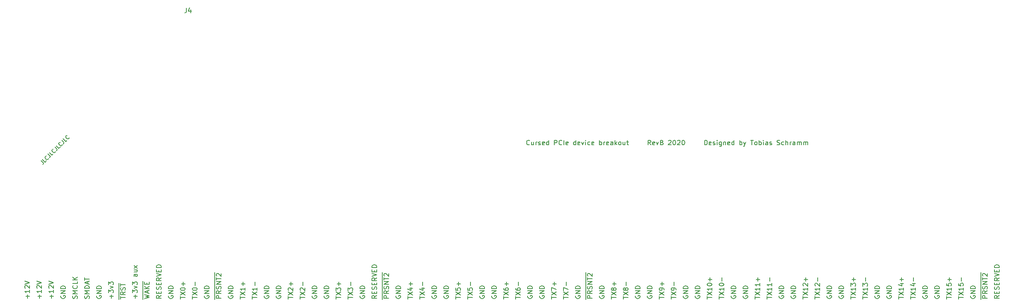
<source format=gto>
%TF.GenerationSoftware,KiCad,Pcbnew,5.1.6*%
%TF.CreationDate,2020-09-14T21:31:35+02:00*%
%TF.ProjectId,PCIe-pin-header-adapter,50434965-2d70-4696-9e2d-686561646572,rev?*%
%TF.SameCoordinates,Original*%
%TF.FileFunction,Legend,Top*%
%TF.FilePolarity,Positive*%
%FSLAX46Y46*%
G04 Gerber Fmt 4.6, Leading zero omitted, Abs format (unit mm)*
G04 Created by KiCad (PCBNEW 5.1.6) date 2020-09-14 21:31:35*
%MOMM*%
%LPD*%
G01*
G04 APERTURE LIST*
%ADD10C,0.150000*%
G04 APERTURE END LIST*
D10*
X121785714Y-83857142D02*
X121738095Y-83904761D01*
X121595238Y-83952380D01*
X121500000Y-83952380D01*
X121357142Y-83904761D01*
X121261904Y-83809523D01*
X121214285Y-83714285D01*
X121166666Y-83523809D01*
X121166666Y-83380952D01*
X121214285Y-83190476D01*
X121261904Y-83095238D01*
X121357142Y-83000000D01*
X121500000Y-82952380D01*
X121595238Y-82952380D01*
X121738095Y-83000000D01*
X121785714Y-83047619D01*
X122642857Y-83285714D02*
X122642857Y-83952380D01*
X122214285Y-83285714D02*
X122214285Y-83809523D01*
X122261904Y-83904761D01*
X122357142Y-83952380D01*
X122500000Y-83952380D01*
X122595238Y-83904761D01*
X122642857Y-83857142D01*
X123119047Y-83952380D02*
X123119047Y-83285714D01*
X123119047Y-83476190D02*
X123166666Y-83380952D01*
X123214285Y-83333333D01*
X123309523Y-83285714D01*
X123404761Y-83285714D01*
X123690476Y-83904761D02*
X123785714Y-83952380D01*
X123976190Y-83952380D01*
X124071428Y-83904761D01*
X124119047Y-83809523D01*
X124119047Y-83761904D01*
X124071428Y-83666666D01*
X123976190Y-83619047D01*
X123833333Y-83619047D01*
X123738095Y-83571428D01*
X123690476Y-83476190D01*
X123690476Y-83428571D01*
X123738095Y-83333333D01*
X123833333Y-83285714D01*
X123976190Y-83285714D01*
X124071428Y-83333333D01*
X124928571Y-83904761D02*
X124833333Y-83952380D01*
X124642857Y-83952380D01*
X124547619Y-83904761D01*
X124500000Y-83809523D01*
X124500000Y-83428571D01*
X124547619Y-83333333D01*
X124642857Y-83285714D01*
X124833333Y-83285714D01*
X124928571Y-83333333D01*
X124976190Y-83428571D01*
X124976190Y-83523809D01*
X124500000Y-83619047D01*
X125833333Y-83952380D02*
X125833333Y-82952380D01*
X125833333Y-83904761D02*
X125738095Y-83952380D01*
X125547619Y-83952380D01*
X125452380Y-83904761D01*
X125404761Y-83857142D01*
X125357142Y-83761904D01*
X125357142Y-83476190D01*
X125404761Y-83380952D01*
X125452380Y-83333333D01*
X125547619Y-83285714D01*
X125738095Y-83285714D01*
X125833333Y-83333333D01*
X127071428Y-83952380D02*
X127071428Y-82952380D01*
X127452380Y-82952380D01*
X127547619Y-83000000D01*
X127595238Y-83047619D01*
X127642857Y-83142857D01*
X127642857Y-83285714D01*
X127595238Y-83380952D01*
X127547619Y-83428571D01*
X127452380Y-83476190D01*
X127071428Y-83476190D01*
X128642857Y-83857142D02*
X128595238Y-83904761D01*
X128452380Y-83952380D01*
X128357142Y-83952380D01*
X128214285Y-83904761D01*
X128119047Y-83809523D01*
X128071428Y-83714285D01*
X128023809Y-83523809D01*
X128023809Y-83380952D01*
X128071428Y-83190476D01*
X128119047Y-83095238D01*
X128214285Y-83000000D01*
X128357142Y-82952380D01*
X128452380Y-82952380D01*
X128595238Y-83000000D01*
X128642857Y-83047619D01*
X129071428Y-83952380D02*
X129071428Y-82952380D01*
X129928571Y-83904761D02*
X129833333Y-83952380D01*
X129642857Y-83952380D01*
X129547619Y-83904761D01*
X129500000Y-83809523D01*
X129500000Y-83428571D01*
X129547619Y-83333333D01*
X129642857Y-83285714D01*
X129833333Y-83285714D01*
X129928571Y-83333333D01*
X129976190Y-83428571D01*
X129976190Y-83523809D01*
X129500000Y-83619047D01*
X131595238Y-83952380D02*
X131595238Y-82952380D01*
X131595238Y-83904761D02*
X131500000Y-83952380D01*
X131309523Y-83952380D01*
X131214285Y-83904761D01*
X131166666Y-83857142D01*
X131119047Y-83761904D01*
X131119047Y-83476190D01*
X131166666Y-83380952D01*
X131214285Y-83333333D01*
X131309523Y-83285714D01*
X131500000Y-83285714D01*
X131595238Y-83333333D01*
X132452380Y-83904761D02*
X132357142Y-83952380D01*
X132166666Y-83952380D01*
X132071428Y-83904761D01*
X132023809Y-83809523D01*
X132023809Y-83428571D01*
X132071428Y-83333333D01*
X132166666Y-83285714D01*
X132357142Y-83285714D01*
X132452380Y-83333333D01*
X132500000Y-83428571D01*
X132500000Y-83523809D01*
X132023809Y-83619047D01*
X132833333Y-83285714D02*
X133071428Y-83952380D01*
X133309523Y-83285714D01*
X133690476Y-83952380D02*
X133690476Y-83285714D01*
X133690476Y-82952380D02*
X133642857Y-83000000D01*
X133690476Y-83047619D01*
X133738095Y-83000000D01*
X133690476Y-82952380D01*
X133690476Y-83047619D01*
X134595238Y-83904761D02*
X134500000Y-83952380D01*
X134309523Y-83952380D01*
X134214285Y-83904761D01*
X134166666Y-83857142D01*
X134119047Y-83761904D01*
X134119047Y-83476190D01*
X134166666Y-83380952D01*
X134214285Y-83333333D01*
X134309523Y-83285714D01*
X134500000Y-83285714D01*
X134595238Y-83333333D01*
X135404761Y-83904761D02*
X135309523Y-83952380D01*
X135119047Y-83952380D01*
X135023809Y-83904761D01*
X134976190Y-83809523D01*
X134976190Y-83428571D01*
X135023809Y-83333333D01*
X135119047Y-83285714D01*
X135309523Y-83285714D01*
X135404761Y-83333333D01*
X135452380Y-83428571D01*
X135452380Y-83523809D01*
X134976190Y-83619047D01*
X136642857Y-83952380D02*
X136642857Y-82952380D01*
X136642857Y-83333333D02*
X136738095Y-83285714D01*
X136928571Y-83285714D01*
X137023809Y-83333333D01*
X137071428Y-83380952D01*
X137119047Y-83476190D01*
X137119047Y-83761904D01*
X137071428Y-83857142D01*
X137023809Y-83904761D01*
X136928571Y-83952380D01*
X136738095Y-83952380D01*
X136642857Y-83904761D01*
X137547619Y-83952380D02*
X137547619Y-83285714D01*
X137547619Y-83476190D02*
X137595238Y-83380952D01*
X137642857Y-83333333D01*
X137738095Y-83285714D01*
X137833333Y-83285714D01*
X138547619Y-83904761D02*
X138452380Y-83952380D01*
X138261904Y-83952380D01*
X138166666Y-83904761D01*
X138119047Y-83809523D01*
X138119047Y-83428571D01*
X138166666Y-83333333D01*
X138261904Y-83285714D01*
X138452380Y-83285714D01*
X138547619Y-83333333D01*
X138595238Y-83428571D01*
X138595238Y-83523809D01*
X138119047Y-83619047D01*
X139452380Y-83952380D02*
X139452380Y-83428571D01*
X139404761Y-83333333D01*
X139309523Y-83285714D01*
X139119047Y-83285714D01*
X139023809Y-83333333D01*
X139452380Y-83904761D02*
X139357142Y-83952380D01*
X139119047Y-83952380D01*
X139023809Y-83904761D01*
X138976190Y-83809523D01*
X138976190Y-83714285D01*
X139023809Y-83619047D01*
X139119047Y-83571428D01*
X139357142Y-83571428D01*
X139452380Y-83523809D01*
X139928571Y-83952380D02*
X139928571Y-82952380D01*
X140023809Y-83571428D02*
X140309523Y-83952380D01*
X140309523Y-83285714D02*
X139928571Y-83666666D01*
X140880952Y-83952380D02*
X140785714Y-83904761D01*
X140738095Y-83857142D01*
X140690476Y-83761904D01*
X140690476Y-83476190D01*
X140738095Y-83380952D01*
X140785714Y-83333333D01*
X140880952Y-83285714D01*
X141023809Y-83285714D01*
X141119047Y-83333333D01*
X141166666Y-83380952D01*
X141214285Y-83476190D01*
X141214285Y-83761904D01*
X141166666Y-83857142D01*
X141119047Y-83904761D01*
X141023809Y-83952380D01*
X140880952Y-83952380D01*
X142071428Y-83285714D02*
X142071428Y-83952380D01*
X141642857Y-83285714D02*
X141642857Y-83809523D01*
X141690476Y-83904761D01*
X141785714Y-83952380D01*
X141928571Y-83952380D01*
X142023809Y-83904761D01*
X142071428Y-83857142D01*
X142404761Y-83285714D02*
X142785714Y-83285714D01*
X142547619Y-82952380D02*
X142547619Y-83809523D01*
X142595238Y-83904761D01*
X142690476Y-83952380D01*
X142785714Y-83952380D01*
X147500000Y-83952380D02*
X147166666Y-83476190D01*
X146928571Y-83952380D02*
X146928571Y-82952380D01*
X147309523Y-82952380D01*
X147404761Y-83000000D01*
X147452380Y-83047619D01*
X147500000Y-83142857D01*
X147500000Y-83285714D01*
X147452380Y-83380952D01*
X147404761Y-83428571D01*
X147309523Y-83476190D01*
X146928571Y-83476190D01*
X148309523Y-83904761D02*
X148214285Y-83952380D01*
X148023809Y-83952380D01*
X147928571Y-83904761D01*
X147880952Y-83809523D01*
X147880952Y-83428571D01*
X147928571Y-83333333D01*
X148023809Y-83285714D01*
X148214285Y-83285714D01*
X148309523Y-83333333D01*
X148357142Y-83428571D01*
X148357142Y-83523809D01*
X147880952Y-83619047D01*
X148690476Y-83285714D02*
X148928571Y-83952380D01*
X149166666Y-83285714D01*
X149880952Y-83428571D02*
X150023809Y-83476190D01*
X150071428Y-83523809D01*
X150119047Y-83619047D01*
X150119047Y-83761904D01*
X150071428Y-83857142D01*
X150023809Y-83904761D01*
X149928571Y-83952380D01*
X149547619Y-83952380D01*
X149547619Y-82952380D01*
X149880952Y-82952380D01*
X149976190Y-83000000D01*
X150023809Y-83047619D01*
X150071428Y-83142857D01*
X150071428Y-83238095D01*
X150023809Y-83333333D01*
X149976190Y-83380952D01*
X149880952Y-83428571D01*
X149547619Y-83428571D01*
X151261904Y-83047619D02*
X151309523Y-83000000D01*
X151404761Y-82952380D01*
X151642857Y-82952380D01*
X151738095Y-83000000D01*
X151785714Y-83047619D01*
X151833333Y-83142857D01*
X151833333Y-83238095D01*
X151785714Y-83380952D01*
X151214285Y-83952380D01*
X151833333Y-83952380D01*
X152452380Y-82952380D02*
X152547619Y-82952380D01*
X152642857Y-83000000D01*
X152690476Y-83047619D01*
X152738095Y-83142857D01*
X152785714Y-83333333D01*
X152785714Y-83571428D01*
X152738095Y-83761904D01*
X152690476Y-83857142D01*
X152642857Y-83904761D01*
X152547619Y-83952380D01*
X152452380Y-83952380D01*
X152357142Y-83904761D01*
X152309523Y-83857142D01*
X152261904Y-83761904D01*
X152214285Y-83571428D01*
X152214285Y-83333333D01*
X152261904Y-83142857D01*
X152309523Y-83047619D01*
X152357142Y-83000000D01*
X152452380Y-82952380D01*
X153166666Y-83047619D02*
X153214285Y-83000000D01*
X153309523Y-82952380D01*
X153547619Y-82952380D01*
X153642857Y-83000000D01*
X153690476Y-83047619D01*
X153738095Y-83142857D01*
X153738095Y-83238095D01*
X153690476Y-83380952D01*
X153119047Y-83952380D01*
X153738095Y-83952380D01*
X154357142Y-82952380D02*
X154452380Y-82952380D01*
X154547619Y-83000000D01*
X154595238Y-83047619D01*
X154642857Y-83142857D01*
X154690476Y-83333333D01*
X154690476Y-83571428D01*
X154642857Y-83761904D01*
X154595238Y-83857142D01*
X154547619Y-83904761D01*
X154452380Y-83952380D01*
X154357142Y-83952380D01*
X154261904Y-83904761D01*
X154214285Y-83857142D01*
X154166666Y-83761904D01*
X154119047Y-83571428D01*
X154119047Y-83333333D01*
X154166666Y-83142857D01*
X154214285Y-83047619D01*
X154261904Y-83000000D01*
X154357142Y-82952380D01*
X158928571Y-83952380D02*
X158928571Y-82952380D01*
X159166666Y-82952380D01*
X159309523Y-83000000D01*
X159404761Y-83095238D01*
X159452380Y-83190476D01*
X159500000Y-83380952D01*
X159500000Y-83523809D01*
X159452380Y-83714285D01*
X159404761Y-83809523D01*
X159309523Y-83904761D01*
X159166666Y-83952380D01*
X158928571Y-83952380D01*
X160309523Y-83904761D02*
X160214285Y-83952380D01*
X160023809Y-83952380D01*
X159928571Y-83904761D01*
X159880952Y-83809523D01*
X159880952Y-83428571D01*
X159928571Y-83333333D01*
X160023809Y-83285714D01*
X160214285Y-83285714D01*
X160309523Y-83333333D01*
X160357142Y-83428571D01*
X160357142Y-83523809D01*
X159880952Y-83619047D01*
X160738095Y-83904761D02*
X160833333Y-83952380D01*
X161023809Y-83952380D01*
X161119047Y-83904761D01*
X161166666Y-83809523D01*
X161166666Y-83761904D01*
X161119047Y-83666666D01*
X161023809Y-83619047D01*
X160880952Y-83619047D01*
X160785714Y-83571428D01*
X160738095Y-83476190D01*
X160738095Y-83428571D01*
X160785714Y-83333333D01*
X160880952Y-83285714D01*
X161023809Y-83285714D01*
X161119047Y-83333333D01*
X161595238Y-83952380D02*
X161595238Y-83285714D01*
X161595238Y-82952380D02*
X161547619Y-83000000D01*
X161595238Y-83047619D01*
X161642857Y-83000000D01*
X161595238Y-82952380D01*
X161595238Y-83047619D01*
X162500000Y-83285714D02*
X162500000Y-84095238D01*
X162452380Y-84190476D01*
X162404761Y-84238095D01*
X162309523Y-84285714D01*
X162166666Y-84285714D01*
X162071428Y-84238095D01*
X162500000Y-83904761D02*
X162404761Y-83952380D01*
X162214285Y-83952380D01*
X162119047Y-83904761D01*
X162071428Y-83857142D01*
X162023809Y-83761904D01*
X162023809Y-83476190D01*
X162071428Y-83380952D01*
X162119047Y-83333333D01*
X162214285Y-83285714D01*
X162404761Y-83285714D01*
X162500000Y-83333333D01*
X162976190Y-83285714D02*
X162976190Y-83952380D01*
X162976190Y-83380952D02*
X163023809Y-83333333D01*
X163119047Y-83285714D01*
X163261904Y-83285714D01*
X163357142Y-83333333D01*
X163404761Y-83428571D01*
X163404761Y-83952380D01*
X164261904Y-83904761D02*
X164166666Y-83952380D01*
X163976190Y-83952380D01*
X163880952Y-83904761D01*
X163833333Y-83809523D01*
X163833333Y-83428571D01*
X163880952Y-83333333D01*
X163976190Y-83285714D01*
X164166666Y-83285714D01*
X164261904Y-83333333D01*
X164309523Y-83428571D01*
X164309523Y-83523809D01*
X163833333Y-83619047D01*
X165166666Y-83952380D02*
X165166666Y-82952380D01*
X165166666Y-83904761D02*
X165071428Y-83952380D01*
X164880952Y-83952380D01*
X164785714Y-83904761D01*
X164738095Y-83857142D01*
X164690476Y-83761904D01*
X164690476Y-83476190D01*
X164738095Y-83380952D01*
X164785714Y-83333333D01*
X164880952Y-83285714D01*
X165071428Y-83285714D01*
X165166666Y-83333333D01*
X166404761Y-83952380D02*
X166404761Y-82952380D01*
X166404761Y-83333333D02*
X166500000Y-83285714D01*
X166690476Y-83285714D01*
X166785714Y-83333333D01*
X166833333Y-83380952D01*
X166880952Y-83476190D01*
X166880952Y-83761904D01*
X166833333Y-83857142D01*
X166785714Y-83904761D01*
X166690476Y-83952380D01*
X166500000Y-83952380D01*
X166404761Y-83904761D01*
X167214285Y-83285714D02*
X167452380Y-83952380D01*
X167690476Y-83285714D02*
X167452380Y-83952380D01*
X167357142Y-84190476D01*
X167309523Y-84238095D01*
X167214285Y-84285714D01*
X168690476Y-82952380D02*
X169261904Y-82952380D01*
X168976190Y-83952380D02*
X168976190Y-82952380D01*
X169738095Y-83952380D02*
X169642857Y-83904761D01*
X169595238Y-83857142D01*
X169547619Y-83761904D01*
X169547619Y-83476190D01*
X169595238Y-83380952D01*
X169642857Y-83333333D01*
X169738095Y-83285714D01*
X169880952Y-83285714D01*
X169976190Y-83333333D01*
X170023809Y-83380952D01*
X170071428Y-83476190D01*
X170071428Y-83761904D01*
X170023809Y-83857142D01*
X169976190Y-83904761D01*
X169880952Y-83952380D01*
X169738095Y-83952380D01*
X170500000Y-83952380D02*
X170500000Y-82952380D01*
X170500000Y-83333333D02*
X170595238Y-83285714D01*
X170785714Y-83285714D01*
X170880952Y-83333333D01*
X170928571Y-83380952D01*
X170976190Y-83476190D01*
X170976190Y-83761904D01*
X170928571Y-83857142D01*
X170880952Y-83904761D01*
X170785714Y-83952380D01*
X170595238Y-83952380D01*
X170500000Y-83904761D01*
X171404761Y-83952380D02*
X171404761Y-83285714D01*
X171404761Y-82952380D02*
X171357142Y-83000000D01*
X171404761Y-83047619D01*
X171452380Y-83000000D01*
X171404761Y-82952380D01*
X171404761Y-83047619D01*
X172309523Y-83952380D02*
X172309523Y-83428571D01*
X172261904Y-83333333D01*
X172166666Y-83285714D01*
X171976190Y-83285714D01*
X171880952Y-83333333D01*
X172309523Y-83904761D02*
X172214285Y-83952380D01*
X171976190Y-83952380D01*
X171880952Y-83904761D01*
X171833333Y-83809523D01*
X171833333Y-83714285D01*
X171880952Y-83619047D01*
X171976190Y-83571428D01*
X172214285Y-83571428D01*
X172309523Y-83523809D01*
X172738095Y-83904761D02*
X172833333Y-83952380D01*
X173023809Y-83952380D01*
X173119047Y-83904761D01*
X173166666Y-83809523D01*
X173166666Y-83761904D01*
X173119047Y-83666666D01*
X173023809Y-83619047D01*
X172880952Y-83619047D01*
X172785714Y-83571428D01*
X172738095Y-83476190D01*
X172738095Y-83428571D01*
X172785714Y-83333333D01*
X172880952Y-83285714D01*
X173023809Y-83285714D01*
X173119047Y-83333333D01*
X174309523Y-83904761D02*
X174452380Y-83952380D01*
X174690476Y-83952380D01*
X174785714Y-83904761D01*
X174833333Y-83857142D01*
X174880952Y-83761904D01*
X174880952Y-83666666D01*
X174833333Y-83571428D01*
X174785714Y-83523809D01*
X174690476Y-83476190D01*
X174499999Y-83428571D01*
X174404761Y-83380952D01*
X174357142Y-83333333D01*
X174309523Y-83238095D01*
X174309523Y-83142857D01*
X174357142Y-83047619D01*
X174404761Y-83000000D01*
X174499999Y-82952380D01*
X174738095Y-82952380D01*
X174880952Y-83000000D01*
X175738095Y-83904761D02*
X175642857Y-83952380D01*
X175452380Y-83952380D01*
X175357142Y-83904761D01*
X175309523Y-83857142D01*
X175261904Y-83761904D01*
X175261904Y-83476190D01*
X175309523Y-83380952D01*
X175357142Y-83333333D01*
X175452380Y-83285714D01*
X175642857Y-83285714D01*
X175738095Y-83333333D01*
X176166666Y-83952380D02*
X176166666Y-82952380D01*
X176595238Y-83952380D02*
X176595238Y-83428571D01*
X176547619Y-83333333D01*
X176452380Y-83285714D01*
X176309523Y-83285714D01*
X176214285Y-83333333D01*
X176166666Y-83380952D01*
X177071428Y-83952380D02*
X177071428Y-83285714D01*
X177071428Y-83476190D02*
X177119047Y-83380952D01*
X177166666Y-83333333D01*
X177261904Y-83285714D01*
X177357142Y-83285714D01*
X178119047Y-83952380D02*
X178119047Y-83428571D01*
X178071428Y-83333333D01*
X177976190Y-83285714D01*
X177785714Y-83285714D01*
X177690476Y-83333333D01*
X178119047Y-83904761D02*
X178023809Y-83952380D01*
X177785714Y-83952380D01*
X177690476Y-83904761D01*
X177642857Y-83809523D01*
X177642857Y-83714285D01*
X177690476Y-83619047D01*
X177785714Y-83571428D01*
X178023809Y-83571428D01*
X178119047Y-83523809D01*
X178595238Y-83952380D02*
X178595238Y-83285714D01*
X178595238Y-83380952D02*
X178642857Y-83333333D01*
X178738095Y-83285714D01*
X178880952Y-83285714D01*
X178976190Y-83333333D01*
X179023809Y-83428571D01*
X179023809Y-83952380D01*
X179023809Y-83428571D02*
X179071428Y-83333333D01*
X179166666Y-83285714D01*
X179309523Y-83285714D01*
X179404761Y-83333333D01*
X179452380Y-83428571D01*
X179452380Y-83952380D01*
X179928571Y-83952380D02*
X179928571Y-83285714D01*
X179928571Y-83380952D02*
X179976190Y-83333333D01*
X180071428Y-83285714D01*
X180214285Y-83285714D01*
X180309523Y-83333333D01*
X180357142Y-83428571D01*
X180357142Y-83952380D01*
X180357142Y-83428571D02*
X180404761Y-83333333D01*
X180499999Y-83285714D01*
X180642857Y-83285714D01*
X180738095Y-83333333D01*
X180785714Y-83428571D01*
X180785714Y-83952380D01*
X18177291Y-87303147D02*
X18581352Y-87707208D01*
X18635227Y-87814958D01*
X18635227Y-87922708D01*
X18581352Y-88030457D01*
X18527478Y-88084332D01*
X19281725Y-87330085D02*
X19012351Y-87599459D01*
X18446665Y-87033773D01*
X19739661Y-86764399D02*
X19739661Y-86818274D01*
X19685786Y-86926024D01*
X19631911Y-86979898D01*
X19524162Y-87033773D01*
X19416412Y-87033773D01*
X19335600Y-87006836D01*
X19200913Y-86926024D01*
X19120101Y-86845211D01*
X19039288Y-86710524D01*
X19012351Y-86629712D01*
X19012351Y-86521963D01*
X19066226Y-86414213D01*
X19120101Y-86360338D01*
X19227850Y-86306463D01*
X19281725Y-86306463D01*
X19631911Y-85848528D02*
X20035972Y-86252589D01*
X20089847Y-86360338D01*
X20089847Y-86468088D01*
X20035972Y-86575837D01*
X19982097Y-86629712D01*
X20736345Y-85875465D02*
X20466971Y-86144839D01*
X19901285Y-85579154D01*
X21194280Y-85309780D02*
X21194280Y-85363654D01*
X21140406Y-85471404D01*
X21086531Y-85525279D01*
X20978781Y-85579154D01*
X20871032Y-85579154D01*
X20790219Y-85552216D01*
X20655532Y-85471404D01*
X20574720Y-85390592D01*
X20493908Y-85255905D01*
X20466971Y-85175093D01*
X20466971Y-85067343D01*
X20520845Y-84959593D01*
X20574720Y-84905719D01*
X20682470Y-84851844D01*
X20736345Y-84851844D01*
X21086531Y-84393908D02*
X21490592Y-84797969D01*
X21544467Y-84905719D01*
X21544467Y-85013468D01*
X21490592Y-85121218D01*
X21436717Y-85175093D01*
X22190964Y-84420845D02*
X21921590Y-84690219D01*
X21355905Y-84124534D01*
X22648900Y-83855160D02*
X22648900Y-83909035D01*
X22595025Y-84016784D01*
X22541150Y-84070659D01*
X22433401Y-84124534D01*
X22325651Y-84124534D01*
X22244839Y-84097597D01*
X22110152Y-84016784D01*
X22029340Y-83935972D01*
X21948528Y-83801285D01*
X21921590Y-83720473D01*
X21921590Y-83612723D01*
X21975465Y-83504974D01*
X22029340Y-83451099D01*
X22137089Y-83397224D01*
X22190964Y-83397224D01*
X22541150Y-82939288D02*
X22945211Y-83343349D01*
X22999086Y-83451099D01*
X22999086Y-83558849D01*
X22945211Y-83666598D01*
X22891337Y-83720473D01*
X23645584Y-82966226D02*
X23376210Y-83235600D01*
X22810524Y-82669914D01*
X24103520Y-82400540D02*
X24103520Y-82454415D01*
X24049645Y-82562165D01*
X23995770Y-82616039D01*
X23888021Y-82669914D01*
X23780271Y-82669914D01*
X23699459Y-82642977D01*
X23564772Y-82562165D01*
X23483960Y-82481352D01*
X23403147Y-82346665D01*
X23376210Y-82265853D01*
X23376210Y-82158104D01*
X23430085Y-82050354D01*
X23483960Y-81996479D01*
X23591709Y-81942604D01*
X23645584Y-81942604D01*
X221432380Y-115932976D02*
X220956190Y-116266309D01*
X221432380Y-116504404D02*
X220432380Y-116504404D01*
X220432380Y-116123452D01*
X220480000Y-116028214D01*
X220527619Y-115980595D01*
X220622857Y-115932976D01*
X220765714Y-115932976D01*
X220860952Y-115980595D01*
X220908571Y-116028214D01*
X220956190Y-116123452D01*
X220956190Y-116504404D01*
X220908571Y-115504404D02*
X220908571Y-115171071D01*
X221432380Y-115028214D02*
X221432380Y-115504404D01*
X220432380Y-115504404D01*
X220432380Y-115028214D01*
X221384761Y-114647261D02*
X221432380Y-114504404D01*
X221432380Y-114266309D01*
X221384761Y-114171071D01*
X221337142Y-114123452D01*
X221241904Y-114075833D01*
X221146666Y-114075833D01*
X221051428Y-114123452D01*
X221003809Y-114171071D01*
X220956190Y-114266309D01*
X220908571Y-114456785D01*
X220860952Y-114552023D01*
X220813333Y-114599642D01*
X220718095Y-114647261D01*
X220622857Y-114647261D01*
X220527619Y-114599642D01*
X220480000Y-114552023D01*
X220432380Y-114456785D01*
X220432380Y-114218690D01*
X220480000Y-114075833D01*
X220908571Y-113647261D02*
X220908571Y-113313928D01*
X221432380Y-113171071D02*
X221432380Y-113647261D01*
X220432380Y-113647261D01*
X220432380Y-113171071D01*
X221432380Y-112171071D02*
X220956190Y-112504404D01*
X221432380Y-112742500D02*
X220432380Y-112742500D01*
X220432380Y-112361547D01*
X220480000Y-112266309D01*
X220527619Y-112218690D01*
X220622857Y-112171071D01*
X220765714Y-112171071D01*
X220860952Y-112218690D01*
X220908571Y-112266309D01*
X220956190Y-112361547D01*
X220956190Y-112742500D01*
X220432380Y-111885357D02*
X221432380Y-111552023D01*
X220432380Y-111218690D01*
X220908571Y-110885357D02*
X220908571Y-110552023D01*
X221432380Y-110409166D02*
X221432380Y-110885357D01*
X220432380Y-110885357D01*
X220432380Y-110409166D01*
X221432380Y-109980595D02*
X220432380Y-109980595D01*
X220432380Y-109742500D01*
X220480000Y-109599642D01*
X220575238Y-109504404D01*
X220670476Y-109456785D01*
X220860952Y-109409166D01*
X221003809Y-109409166D01*
X221194285Y-109456785D01*
X221289523Y-109504404D01*
X221384761Y-109599642D01*
X221432380Y-109742500D01*
X221432380Y-109980595D01*
X177300000Y-115980595D02*
X177252380Y-116075833D01*
X177252380Y-116218690D01*
X177300000Y-116361547D01*
X177395238Y-116456785D01*
X177490476Y-116504404D01*
X177680952Y-116552023D01*
X177823809Y-116552023D01*
X178014285Y-116504404D01*
X178109523Y-116456785D01*
X178204761Y-116361547D01*
X178252380Y-116218690D01*
X178252380Y-116123452D01*
X178204761Y-115980595D01*
X178157142Y-115932976D01*
X177823809Y-115932976D01*
X177823809Y-116123452D01*
X178252380Y-115504404D02*
X177252380Y-115504404D01*
X178252380Y-114932976D01*
X177252380Y-114932976D01*
X178252380Y-114456785D02*
X177252380Y-114456785D01*
X177252380Y-114218690D01*
X177300000Y-114075833D01*
X177395238Y-113980595D01*
X177490476Y-113932976D01*
X177680952Y-113885357D01*
X177823809Y-113885357D01*
X178014285Y-113932976D01*
X178109523Y-113980595D01*
X178204761Y-114075833D01*
X178252380Y-114218690D01*
X178252380Y-114456785D01*
X172172380Y-116647261D02*
X172172380Y-116075833D01*
X173172380Y-116361547D02*
X172172380Y-116361547D01*
X172172380Y-115837738D02*
X173172380Y-115171071D01*
X172172380Y-115171071D02*
X173172380Y-115837738D01*
X173172380Y-114266309D02*
X173172380Y-114837738D01*
X173172380Y-114552023D02*
X172172380Y-114552023D01*
X172315238Y-114647261D01*
X172410476Y-114742500D01*
X172458095Y-114837738D01*
X173172380Y-113313928D02*
X173172380Y-113885357D01*
X173172380Y-113599642D02*
X172172380Y-113599642D01*
X172315238Y-113694880D01*
X172410476Y-113790119D01*
X172458095Y-113885357D01*
X172791428Y-112885357D02*
X172791428Y-112123452D01*
X174760000Y-115980595D02*
X174712380Y-116075833D01*
X174712380Y-116218690D01*
X174760000Y-116361547D01*
X174855238Y-116456785D01*
X174950476Y-116504404D01*
X175140952Y-116552023D01*
X175283809Y-116552023D01*
X175474285Y-116504404D01*
X175569523Y-116456785D01*
X175664761Y-116361547D01*
X175712380Y-116218690D01*
X175712380Y-116123452D01*
X175664761Y-115980595D01*
X175617142Y-115932976D01*
X175283809Y-115932976D01*
X175283809Y-116123452D01*
X175712380Y-115504404D02*
X174712380Y-115504404D01*
X175712380Y-114932976D01*
X174712380Y-114932976D01*
X175712380Y-114456785D02*
X174712380Y-114456785D01*
X174712380Y-114218690D01*
X174760000Y-114075833D01*
X174855238Y-113980595D01*
X174950476Y-113932976D01*
X175140952Y-113885357D01*
X175283809Y-113885357D01*
X175474285Y-113932976D01*
X175569523Y-113980595D01*
X175664761Y-114075833D01*
X175712380Y-114218690D01*
X175712380Y-114456785D01*
X169632380Y-116647261D02*
X169632380Y-116075833D01*
X170632380Y-116361547D02*
X169632380Y-116361547D01*
X169632380Y-115837738D02*
X170632380Y-115171071D01*
X169632380Y-115171071D02*
X170632380Y-115837738D01*
X170632380Y-114266309D02*
X170632380Y-114837738D01*
X170632380Y-114552023D02*
X169632380Y-114552023D01*
X169775238Y-114647261D01*
X169870476Y-114742500D01*
X169918095Y-114837738D01*
X170632380Y-113313928D02*
X170632380Y-113885357D01*
X170632380Y-113599642D02*
X169632380Y-113599642D01*
X169775238Y-113694880D01*
X169870476Y-113790119D01*
X169918095Y-113885357D01*
X170251428Y-112885357D02*
X170251428Y-112123452D01*
X170632380Y-112504404D02*
X169870476Y-112504404D01*
X217525000Y-116742500D02*
X217525000Y-115742500D01*
X218892380Y-116504404D02*
X217892380Y-116504404D01*
X217892380Y-116123452D01*
X217940000Y-116028214D01*
X217987619Y-115980595D01*
X218082857Y-115932976D01*
X218225714Y-115932976D01*
X218320952Y-115980595D01*
X218368571Y-116028214D01*
X218416190Y-116123452D01*
X218416190Y-116504404D01*
X217525000Y-115742500D02*
X217525000Y-114742500D01*
X218892380Y-114932976D02*
X218416190Y-115266309D01*
X218892380Y-115504404D02*
X217892380Y-115504404D01*
X217892380Y-115123452D01*
X217940000Y-115028214D01*
X217987619Y-114980595D01*
X218082857Y-114932976D01*
X218225714Y-114932976D01*
X218320952Y-114980595D01*
X218368571Y-115028214D01*
X218416190Y-115123452D01*
X218416190Y-115504404D01*
X217525000Y-114742500D02*
X217525000Y-113790119D01*
X218844761Y-114552023D02*
X218892380Y-114409166D01*
X218892380Y-114171071D01*
X218844761Y-114075833D01*
X218797142Y-114028214D01*
X218701904Y-113980595D01*
X218606666Y-113980595D01*
X218511428Y-114028214D01*
X218463809Y-114075833D01*
X218416190Y-114171071D01*
X218368571Y-114361547D01*
X218320952Y-114456785D01*
X218273333Y-114504404D01*
X218178095Y-114552023D01*
X218082857Y-114552023D01*
X217987619Y-114504404D01*
X217940000Y-114456785D01*
X217892380Y-114361547D01*
X217892380Y-114123452D01*
X217940000Y-113980595D01*
X217525000Y-113790119D02*
X217525000Y-112742500D01*
X218892380Y-113552023D02*
X217892380Y-113552023D01*
X218892380Y-112980595D01*
X217892380Y-112980595D01*
X217525000Y-112742500D02*
X217525000Y-111980595D01*
X217892380Y-112647261D02*
X217892380Y-112075833D01*
X218892380Y-112361547D02*
X217892380Y-112361547D01*
X217525000Y-111980595D02*
X217525000Y-111028214D01*
X217987619Y-111790119D02*
X217940000Y-111742500D01*
X217892380Y-111647261D01*
X217892380Y-111409166D01*
X217940000Y-111313928D01*
X217987619Y-111266309D01*
X218082857Y-111218690D01*
X218178095Y-111218690D01*
X218320952Y-111266309D01*
X218892380Y-111837738D01*
X218892380Y-111218690D01*
X215400000Y-115980595D02*
X215352380Y-116075833D01*
X215352380Y-116218690D01*
X215400000Y-116361547D01*
X215495238Y-116456785D01*
X215590476Y-116504404D01*
X215780952Y-116552023D01*
X215923809Y-116552023D01*
X216114285Y-116504404D01*
X216209523Y-116456785D01*
X216304761Y-116361547D01*
X216352380Y-116218690D01*
X216352380Y-116123452D01*
X216304761Y-115980595D01*
X216257142Y-115932976D01*
X215923809Y-115932976D01*
X215923809Y-116123452D01*
X216352380Y-115504404D02*
X215352380Y-115504404D01*
X216352380Y-114932976D01*
X215352380Y-114932976D01*
X216352380Y-114456785D02*
X215352380Y-114456785D01*
X215352380Y-114218690D01*
X215400000Y-114075833D01*
X215495238Y-113980595D01*
X215590476Y-113932976D01*
X215780952Y-113885357D01*
X215923809Y-113885357D01*
X216114285Y-113932976D01*
X216209523Y-113980595D01*
X216304761Y-114075833D01*
X216352380Y-114218690D01*
X216352380Y-114456785D01*
X212812380Y-116647261D02*
X212812380Y-116075833D01*
X213812380Y-116361547D02*
X212812380Y-116361547D01*
X212812380Y-115837738D02*
X213812380Y-115171071D01*
X212812380Y-115171071D02*
X213812380Y-115837738D01*
X213812380Y-114266309D02*
X213812380Y-114837738D01*
X213812380Y-114552023D02*
X212812380Y-114552023D01*
X212955238Y-114647261D01*
X213050476Y-114742500D01*
X213098095Y-114837738D01*
X212812380Y-113361547D02*
X212812380Y-113837738D01*
X213288571Y-113885357D01*
X213240952Y-113837738D01*
X213193333Y-113742500D01*
X213193333Y-113504404D01*
X213240952Y-113409166D01*
X213288571Y-113361547D01*
X213383809Y-113313928D01*
X213621904Y-113313928D01*
X213717142Y-113361547D01*
X213764761Y-113409166D01*
X213812380Y-113504404D01*
X213812380Y-113742500D01*
X213764761Y-113837738D01*
X213717142Y-113885357D01*
X213431428Y-112885357D02*
X213431428Y-112123452D01*
X210272380Y-116647261D02*
X210272380Y-116075833D01*
X211272380Y-116361547D02*
X210272380Y-116361547D01*
X210272380Y-115837738D02*
X211272380Y-115171071D01*
X210272380Y-115171071D02*
X211272380Y-115837738D01*
X211272380Y-114266309D02*
X211272380Y-114837738D01*
X211272380Y-114552023D02*
X210272380Y-114552023D01*
X210415238Y-114647261D01*
X210510476Y-114742500D01*
X210558095Y-114837738D01*
X210272380Y-113361547D02*
X210272380Y-113837738D01*
X210748571Y-113885357D01*
X210700952Y-113837738D01*
X210653333Y-113742500D01*
X210653333Y-113504404D01*
X210700952Y-113409166D01*
X210748571Y-113361547D01*
X210843809Y-113313928D01*
X211081904Y-113313928D01*
X211177142Y-113361547D01*
X211224761Y-113409166D01*
X211272380Y-113504404D01*
X211272380Y-113742500D01*
X211224761Y-113837738D01*
X211177142Y-113885357D01*
X210891428Y-112885357D02*
X210891428Y-112123452D01*
X211272380Y-112504404D02*
X210510476Y-112504404D01*
X207780000Y-115980595D02*
X207732380Y-116075833D01*
X207732380Y-116218690D01*
X207780000Y-116361547D01*
X207875238Y-116456785D01*
X207970476Y-116504404D01*
X208160952Y-116552023D01*
X208303809Y-116552023D01*
X208494285Y-116504404D01*
X208589523Y-116456785D01*
X208684761Y-116361547D01*
X208732380Y-116218690D01*
X208732380Y-116123452D01*
X208684761Y-115980595D01*
X208637142Y-115932976D01*
X208303809Y-115932976D01*
X208303809Y-116123452D01*
X208732380Y-115504404D02*
X207732380Y-115504404D01*
X208732380Y-114932976D01*
X207732380Y-114932976D01*
X208732380Y-114456785D02*
X207732380Y-114456785D01*
X207732380Y-114218690D01*
X207780000Y-114075833D01*
X207875238Y-113980595D01*
X207970476Y-113932976D01*
X208160952Y-113885357D01*
X208303809Y-113885357D01*
X208494285Y-113932976D01*
X208589523Y-113980595D01*
X208684761Y-114075833D01*
X208732380Y-114218690D01*
X208732380Y-114456785D01*
X205240000Y-115980595D02*
X205192380Y-116075833D01*
X205192380Y-116218690D01*
X205240000Y-116361547D01*
X205335238Y-116456785D01*
X205430476Y-116504404D01*
X205620952Y-116552023D01*
X205763809Y-116552023D01*
X205954285Y-116504404D01*
X206049523Y-116456785D01*
X206144761Y-116361547D01*
X206192380Y-116218690D01*
X206192380Y-116123452D01*
X206144761Y-115980595D01*
X206097142Y-115932976D01*
X205763809Y-115932976D01*
X205763809Y-116123452D01*
X206192380Y-115504404D02*
X205192380Y-115504404D01*
X206192380Y-114932976D01*
X205192380Y-114932976D01*
X206192380Y-114456785D02*
X205192380Y-114456785D01*
X205192380Y-114218690D01*
X205240000Y-114075833D01*
X205335238Y-113980595D01*
X205430476Y-113932976D01*
X205620952Y-113885357D01*
X205763809Y-113885357D01*
X205954285Y-113932976D01*
X206049523Y-113980595D01*
X206144761Y-114075833D01*
X206192380Y-114218690D01*
X206192380Y-114456785D01*
X202652380Y-116647261D02*
X202652380Y-116075833D01*
X203652380Y-116361547D02*
X202652380Y-116361547D01*
X202652380Y-115837738D02*
X203652380Y-115171071D01*
X202652380Y-115171071D02*
X203652380Y-115837738D01*
X203652380Y-114266309D02*
X203652380Y-114837738D01*
X203652380Y-114552023D02*
X202652380Y-114552023D01*
X202795238Y-114647261D01*
X202890476Y-114742500D01*
X202938095Y-114837738D01*
X202985714Y-113409166D02*
X203652380Y-113409166D01*
X202604761Y-113647261D02*
X203319047Y-113885357D01*
X203319047Y-113266309D01*
X203271428Y-112885357D02*
X203271428Y-112123452D01*
X200112380Y-116647261D02*
X200112380Y-116075833D01*
X201112380Y-116361547D02*
X200112380Y-116361547D01*
X200112380Y-115837738D02*
X201112380Y-115171071D01*
X200112380Y-115171071D02*
X201112380Y-115837738D01*
X201112380Y-114266309D02*
X201112380Y-114837738D01*
X201112380Y-114552023D02*
X200112380Y-114552023D01*
X200255238Y-114647261D01*
X200350476Y-114742500D01*
X200398095Y-114837738D01*
X200445714Y-113409166D02*
X201112380Y-113409166D01*
X200064761Y-113647261D02*
X200779047Y-113885357D01*
X200779047Y-113266309D01*
X200731428Y-112885357D02*
X200731428Y-112123452D01*
X201112380Y-112504404D02*
X200350476Y-112504404D01*
X197620000Y-115980595D02*
X197572380Y-116075833D01*
X197572380Y-116218690D01*
X197620000Y-116361547D01*
X197715238Y-116456785D01*
X197810476Y-116504404D01*
X198000952Y-116552023D01*
X198143809Y-116552023D01*
X198334285Y-116504404D01*
X198429523Y-116456785D01*
X198524761Y-116361547D01*
X198572380Y-116218690D01*
X198572380Y-116123452D01*
X198524761Y-115980595D01*
X198477142Y-115932976D01*
X198143809Y-115932976D01*
X198143809Y-116123452D01*
X198572380Y-115504404D02*
X197572380Y-115504404D01*
X198572380Y-114932976D01*
X197572380Y-114932976D01*
X198572380Y-114456785D02*
X197572380Y-114456785D01*
X197572380Y-114218690D01*
X197620000Y-114075833D01*
X197715238Y-113980595D01*
X197810476Y-113932976D01*
X198000952Y-113885357D01*
X198143809Y-113885357D01*
X198334285Y-113932976D01*
X198429523Y-113980595D01*
X198524761Y-114075833D01*
X198572380Y-114218690D01*
X198572380Y-114456785D01*
X195080000Y-115980595D02*
X195032380Y-116075833D01*
X195032380Y-116218690D01*
X195080000Y-116361547D01*
X195175238Y-116456785D01*
X195270476Y-116504404D01*
X195460952Y-116552023D01*
X195603809Y-116552023D01*
X195794285Y-116504404D01*
X195889523Y-116456785D01*
X195984761Y-116361547D01*
X196032380Y-116218690D01*
X196032380Y-116123452D01*
X195984761Y-115980595D01*
X195937142Y-115932976D01*
X195603809Y-115932976D01*
X195603809Y-116123452D01*
X196032380Y-115504404D02*
X195032380Y-115504404D01*
X196032380Y-114932976D01*
X195032380Y-114932976D01*
X196032380Y-114456785D02*
X195032380Y-114456785D01*
X195032380Y-114218690D01*
X195080000Y-114075833D01*
X195175238Y-113980595D01*
X195270476Y-113932976D01*
X195460952Y-113885357D01*
X195603809Y-113885357D01*
X195794285Y-113932976D01*
X195889523Y-113980595D01*
X195984761Y-114075833D01*
X196032380Y-114218690D01*
X196032380Y-114456785D01*
X192492380Y-116647261D02*
X192492380Y-116075833D01*
X193492380Y-116361547D02*
X192492380Y-116361547D01*
X192492380Y-115837738D02*
X193492380Y-115171071D01*
X192492380Y-115171071D02*
X193492380Y-115837738D01*
X193492380Y-114266309D02*
X193492380Y-114837738D01*
X193492380Y-114552023D02*
X192492380Y-114552023D01*
X192635238Y-114647261D01*
X192730476Y-114742500D01*
X192778095Y-114837738D01*
X192492380Y-113932976D02*
X192492380Y-113313928D01*
X192873333Y-113647261D01*
X192873333Y-113504404D01*
X192920952Y-113409166D01*
X192968571Y-113361547D01*
X193063809Y-113313928D01*
X193301904Y-113313928D01*
X193397142Y-113361547D01*
X193444761Y-113409166D01*
X193492380Y-113504404D01*
X193492380Y-113790119D01*
X193444761Y-113885357D01*
X193397142Y-113932976D01*
X193111428Y-112885357D02*
X193111428Y-112123452D01*
X189952380Y-116647261D02*
X189952380Y-116075833D01*
X190952380Y-116361547D02*
X189952380Y-116361547D01*
X189952380Y-115837738D02*
X190952380Y-115171071D01*
X189952380Y-115171071D02*
X190952380Y-115837738D01*
X190952380Y-114266309D02*
X190952380Y-114837738D01*
X190952380Y-114552023D02*
X189952380Y-114552023D01*
X190095238Y-114647261D01*
X190190476Y-114742500D01*
X190238095Y-114837738D01*
X189952380Y-113932976D02*
X189952380Y-113313928D01*
X190333333Y-113647261D01*
X190333333Y-113504404D01*
X190380952Y-113409166D01*
X190428571Y-113361547D01*
X190523809Y-113313928D01*
X190761904Y-113313928D01*
X190857142Y-113361547D01*
X190904761Y-113409166D01*
X190952380Y-113504404D01*
X190952380Y-113790119D01*
X190904761Y-113885357D01*
X190857142Y-113932976D01*
X190571428Y-112885357D02*
X190571428Y-112123452D01*
X190952380Y-112504404D02*
X190190476Y-112504404D01*
X187460000Y-115980595D02*
X187412380Y-116075833D01*
X187412380Y-116218690D01*
X187460000Y-116361547D01*
X187555238Y-116456785D01*
X187650476Y-116504404D01*
X187840952Y-116552023D01*
X187983809Y-116552023D01*
X188174285Y-116504404D01*
X188269523Y-116456785D01*
X188364761Y-116361547D01*
X188412380Y-116218690D01*
X188412380Y-116123452D01*
X188364761Y-115980595D01*
X188317142Y-115932976D01*
X187983809Y-115932976D01*
X187983809Y-116123452D01*
X188412380Y-115504404D02*
X187412380Y-115504404D01*
X188412380Y-114932976D01*
X187412380Y-114932976D01*
X188412380Y-114456785D02*
X187412380Y-114456785D01*
X187412380Y-114218690D01*
X187460000Y-114075833D01*
X187555238Y-113980595D01*
X187650476Y-113932976D01*
X187840952Y-113885357D01*
X187983809Y-113885357D01*
X188174285Y-113932976D01*
X188269523Y-113980595D01*
X188364761Y-114075833D01*
X188412380Y-114218690D01*
X188412380Y-114456785D01*
X184920000Y-115980595D02*
X184872380Y-116075833D01*
X184872380Y-116218690D01*
X184920000Y-116361547D01*
X185015238Y-116456785D01*
X185110476Y-116504404D01*
X185300952Y-116552023D01*
X185443809Y-116552023D01*
X185634285Y-116504404D01*
X185729523Y-116456785D01*
X185824761Y-116361547D01*
X185872380Y-116218690D01*
X185872380Y-116123452D01*
X185824761Y-115980595D01*
X185777142Y-115932976D01*
X185443809Y-115932976D01*
X185443809Y-116123452D01*
X185872380Y-115504404D02*
X184872380Y-115504404D01*
X185872380Y-114932976D01*
X184872380Y-114932976D01*
X185872380Y-114456785D02*
X184872380Y-114456785D01*
X184872380Y-114218690D01*
X184920000Y-114075833D01*
X185015238Y-113980595D01*
X185110476Y-113932976D01*
X185300952Y-113885357D01*
X185443809Y-113885357D01*
X185634285Y-113932976D01*
X185729523Y-113980595D01*
X185824761Y-114075833D01*
X185872380Y-114218690D01*
X185872380Y-114456785D01*
X182332380Y-116647261D02*
X182332380Y-116075833D01*
X183332380Y-116361547D02*
X182332380Y-116361547D01*
X182332380Y-115837738D02*
X183332380Y-115171071D01*
X182332380Y-115171071D02*
X183332380Y-115837738D01*
X183332380Y-114266309D02*
X183332380Y-114837738D01*
X183332380Y-114552023D02*
X182332380Y-114552023D01*
X182475238Y-114647261D01*
X182570476Y-114742500D01*
X182618095Y-114837738D01*
X182427619Y-113885357D02*
X182380000Y-113837738D01*
X182332380Y-113742500D01*
X182332380Y-113504404D01*
X182380000Y-113409166D01*
X182427619Y-113361547D01*
X182522857Y-113313928D01*
X182618095Y-113313928D01*
X182760952Y-113361547D01*
X183332380Y-113932976D01*
X183332380Y-113313928D01*
X182951428Y-112885357D02*
X182951428Y-112123452D01*
X179792380Y-116647261D02*
X179792380Y-116075833D01*
X180792380Y-116361547D02*
X179792380Y-116361547D01*
X179792380Y-115837738D02*
X180792380Y-115171071D01*
X179792380Y-115171071D02*
X180792380Y-115837738D01*
X180792380Y-114266309D02*
X180792380Y-114837738D01*
X180792380Y-114552023D02*
X179792380Y-114552023D01*
X179935238Y-114647261D01*
X180030476Y-114742500D01*
X180078095Y-114837738D01*
X179887619Y-113885357D02*
X179840000Y-113837738D01*
X179792380Y-113742500D01*
X179792380Y-113504404D01*
X179840000Y-113409166D01*
X179887619Y-113361547D01*
X179982857Y-113313928D01*
X180078095Y-113313928D01*
X180220952Y-113361547D01*
X180792380Y-113932976D01*
X180792380Y-113313928D01*
X180411428Y-112885357D02*
X180411428Y-112123452D01*
X180792380Y-112504404D02*
X180030476Y-112504404D01*
X167140000Y-115980595D02*
X167092380Y-116075833D01*
X167092380Y-116218690D01*
X167140000Y-116361547D01*
X167235238Y-116456785D01*
X167330476Y-116504404D01*
X167520952Y-116552023D01*
X167663809Y-116552023D01*
X167854285Y-116504404D01*
X167949523Y-116456785D01*
X168044761Y-116361547D01*
X168092380Y-116218690D01*
X168092380Y-116123452D01*
X168044761Y-115980595D01*
X167997142Y-115932976D01*
X167663809Y-115932976D01*
X167663809Y-116123452D01*
X168092380Y-115504404D02*
X167092380Y-115504404D01*
X168092380Y-114932976D01*
X167092380Y-114932976D01*
X168092380Y-114456785D02*
X167092380Y-114456785D01*
X167092380Y-114218690D01*
X167140000Y-114075833D01*
X167235238Y-113980595D01*
X167330476Y-113932976D01*
X167520952Y-113885357D01*
X167663809Y-113885357D01*
X167854285Y-113932976D01*
X167949523Y-113980595D01*
X168044761Y-114075833D01*
X168092380Y-114218690D01*
X168092380Y-114456785D01*
X164600000Y-115980595D02*
X164552380Y-116075833D01*
X164552380Y-116218690D01*
X164600000Y-116361547D01*
X164695238Y-116456785D01*
X164790476Y-116504404D01*
X164980952Y-116552023D01*
X165123809Y-116552023D01*
X165314285Y-116504404D01*
X165409523Y-116456785D01*
X165504761Y-116361547D01*
X165552380Y-116218690D01*
X165552380Y-116123452D01*
X165504761Y-115980595D01*
X165457142Y-115932976D01*
X165123809Y-115932976D01*
X165123809Y-116123452D01*
X165552380Y-115504404D02*
X164552380Y-115504404D01*
X165552380Y-114932976D01*
X164552380Y-114932976D01*
X165552380Y-114456785D02*
X164552380Y-114456785D01*
X164552380Y-114218690D01*
X164600000Y-114075833D01*
X164695238Y-113980595D01*
X164790476Y-113932976D01*
X164980952Y-113885357D01*
X165123809Y-113885357D01*
X165314285Y-113932976D01*
X165409523Y-113980595D01*
X165504761Y-114075833D01*
X165552380Y-114218690D01*
X165552380Y-114456785D01*
X162012380Y-116647261D02*
X162012380Y-116075833D01*
X163012380Y-116361547D02*
X162012380Y-116361547D01*
X162012380Y-115837738D02*
X163012380Y-115171071D01*
X162012380Y-115171071D02*
X163012380Y-115837738D01*
X163012380Y-114266309D02*
X163012380Y-114837738D01*
X163012380Y-114552023D02*
X162012380Y-114552023D01*
X162155238Y-114647261D01*
X162250476Y-114742500D01*
X162298095Y-114837738D01*
X162012380Y-113647261D02*
X162012380Y-113552023D01*
X162060000Y-113456785D01*
X162107619Y-113409166D01*
X162202857Y-113361547D01*
X162393333Y-113313928D01*
X162631428Y-113313928D01*
X162821904Y-113361547D01*
X162917142Y-113409166D01*
X162964761Y-113456785D01*
X163012380Y-113552023D01*
X163012380Y-113647261D01*
X162964761Y-113742500D01*
X162917142Y-113790119D01*
X162821904Y-113837738D01*
X162631428Y-113885357D01*
X162393333Y-113885357D01*
X162202857Y-113837738D01*
X162107619Y-113790119D01*
X162060000Y-113742500D01*
X162012380Y-113647261D01*
X162631428Y-112885357D02*
X162631428Y-112123452D01*
X159472380Y-116647261D02*
X159472380Y-116075833D01*
X160472380Y-116361547D02*
X159472380Y-116361547D01*
X159472380Y-115837738D02*
X160472380Y-115171071D01*
X159472380Y-115171071D02*
X160472380Y-115837738D01*
X160472380Y-114266309D02*
X160472380Y-114837738D01*
X160472380Y-114552023D02*
X159472380Y-114552023D01*
X159615238Y-114647261D01*
X159710476Y-114742500D01*
X159758095Y-114837738D01*
X159472380Y-113647261D02*
X159472380Y-113552023D01*
X159520000Y-113456785D01*
X159567619Y-113409166D01*
X159662857Y-113361547D01*
X159853333Y-113313928D01*
X160091428Y-113313928D01*
X160281904Y-113361547D01*
X160377142Y-113409166D01*
X160424761Y-113456785D01*
X160472380Y-113552023D01*
X160472380Y-113647261D01*
X160424761Y-113742500D01*
X160377142Y-113790119D01*
X160281904Y-113837738D01*
X160091428Y-113885357D01*
X159853333Y-113885357D01*
X159662857Y-113837738D01*
X159567619Y-113790119D01*
X159520000Y-113742500D01*
X159472380Y-113647261D01*
X160091428Y-112885357D02*
X160091428Y-112123452D01*
X160472380Y-112504404D02*
X159710476Y-112504404D01*
X156980000Y-115980595D02*
X156932380Y-116075833D01*
X156932380Y-116218690D01*
X156980000Y-116361547D01*
X157075238Y-116456785D01*
X157170476Y-116504404D01*
X157360952Y-116552023D01*
X157503809Y-116552023D01*
X157694285Y-116504404D01*
X157789523Y-116456785D01*
X157884761Y-116361547D01*
X157932380Y-116218690D01*
X157932380Y-116123452D01*
X157884761Y-115980595D01*
X157837142Y-115932976D01*
X157503809Y-115932976D01*
X157503809Y-116123452D01*
X157932380Y-115504404D02*
X156932380Y-115504404D01*
X157932380Y-114932976D01*
X156932380Y-114932976D01*
X157932380Y-114456785D02*
X156932380Y-114456785D01*
X156932380Y-114218690D01*
X156980000Y-114075833D01*
X157075238Y-113980595D01*
X157170476Y-113932976D01*
X157360952Y-113885357D01*
X157503809Y-113885357D01*
X157694285Y-113932976D01*
X157789523Y-113980595D01*
X157884761Y-114075833D01*
X157932380Y-114218690D01*
X157932380Y-114456785D01*
X78240000Y-115980595D02*
X78192380Y-116075833D01*
X78192380Y-116218690D01*
X78240000Y-116361547D01*
X78335238Y-116456785D01*
X78430476Y-116504404D01*
X78620952Y-116552023D01*
X78763809Y-116552023D01*
X78954285Y-116504404D01*
X79049523Y-116456785D01*
X79144761Y-116361547D01*
X79192380Y-116218690D01*
X79192380Y-116123452D01*
X79144761Y-115980595D01*
X79097142Y-115932976D01*
X78763809Y-115932976D01*
X78763809Y-116123452D01*
X79192380Y-115504404D02*
X78192380Y-115504404D01*
X79192380Y-114932976D01*
X78192380Y-114932976D01*
X79192380Y-114456785D02*
X78192380Y-114456785D01*
X78192380Y-114218690D01*
X78240000Y-114075833D01*
X78335238Y-113980595D01*
X78430476Y-113932976D01*
X78620952Y-113885357D01*
X78763809Y-113885357D01*
X78954285Y-113932976D01*
X79049523Y-113980595D01*
X79144761Y-114075833D01*
X79192380Y-114218690D01*
X79192380Y-114456785D01*
X70572380Y-116647261D02*
X70572380Y-116075833D01*
X71572380Y-116361547D02*
X70572380Y-116361547D01*
X70572380Y-115837738D02*
X71572380Y-115171071D01*
X70572380Y-115171071D02*
X71572380Y-115837738D01*
X70667619Y-114837738D02*
X70620000Y-114790119D01*
X70572380Y-114694880D01*
X70572380Y-114456785D01*
X70620000Y-114361547D01*
X70667619Y-114313928D01*
X70762857Y-114266309D01*
X70858095Y-114266309D01*
X71000952Y-114313928D01*
X71572380Y-114885357D01*
X71572380Y-114266309D01*
X71191428Y-113837738D02*
X71191428Y-113075833D01*
X71572380Y-113456785D02*
X70810476Y-113456785D01*
X75700000Y-115980595D02*
X75652380Y-116075833D01*
X75652380Y-116218690D01*
X75700000Y-116361547D01*
X75795238Y-116456785D01*
X75890476Y-116504404D01*
X76080952Y-116552023D01*
X76223809Y-116552023D01*
X76414285Y-116504404D01*
X76509523Y-116456785D01*
X76604761Y-116361547D01*
X76652380Y-116218690D01*
X76652380Y-116123452D01*
X76604761Y-115980595D01*
X76557142Y-115932976D01*
X76223809Y-115932976D01*
X76223809Y-116123452D01*
X76652380Y-115504404D02*
X75652380Y-115504404D01*
X76652380Y-114932976D01*
X75652380Y-114932976D01*
X76652380Y-114456785D02*
X75652380Y-114456785D01*
X75652380Y-114218690D01*
X75700000Y-114075833D01*
X75795238Y-113980595D01*
X75890476Y-113932976D01*
X76080952Y-113885357D01*
X76223809Y-113885357D01*
X76414285Y-113932976D01*
X76509523Y-113980595D01*
X76604761Y-114075833D01*
X76652380Y-114218690D01*
X76652380Y-114456785D01*
X73112380Y-116647261D02*
X73112380Y-116075833D01*
X74112380Y-116361547D02*
X73112380Y-116361547D01*
X73112380Y-115837738D02*
X74112380Y-115171071D01*
X73112380Y-115171071D02*
X74112380Y-115837738D01*
X73207619Y-114837738D02*
X73160000Y-114790119D01*
X73112380Y-114694880D01*
X73112380Y-114456785D01*
X73160000Y-114361547D01*
X73207619Y-114313928D01*
X73302857Y-114266309D01*
X73398095Y-114266309D01*
X73540952Y-114313928D01*
X74112380Y-114885357D01*
X74112380Y-114266309D01*
X73731428Y-113837738D02*
X73731428Y-113075833D01*
X154440000Y-115980595D02*
X154392380Y-116075833D01*
X154392380Y-116218690D01*
X154440000Y-116361547D01*
X154535238Y-116456785D01*
X154630476Y-116504404D01*
X154820952Y-116552023D01*
X154963809Y-116552023D01*
X155154285Y-116504404D01*
X155249523Y-116456785D01*
X155344761Y-116361547D01*
X155392380Y-116218690D01*
X155392380Y-116123452D01*
X155344761Y-115980595D01*
X155297142Y-115932976D01*
X154963809Y-115932976D01*
X154963809Y-116123452D01*
X155392380Y-115504404D02*
X154392380Y-115504404D01*
X155392380Y-114932976D01*
X154392380Y-114932976D01*
X155392380Y-114456785D02*
X154392380Y-114456785D01*
X154392380Y-114218690D01*
X154440000Y-114075833D01*
X154535238Y-113980595D01*
X154630476Y-113932976D01*
X154820952Y-113885357D01*
X154963809Y-113885357D01*
X155154285Y-113932976D01*
X155249523Y-113980595D01*
X155344761Y-114075833D01*
X155392380Y-114218690D01*
X155392380Y-114456785D01*
X151852380Y-116647261D02*
X151852380Y-116075833D01*
X152852380Y-116361547D02*
X151852380Y-116361547D01*
X151852380Y-115837738D02*
X152852380Y-115171071D01*
X151852380Y-115171071D02*
X152852380Y-115837738D01*
X152852380Y-114742500D02*
X152852380Y-114552023D01*
X152804761Y-114456785D01*
X152757142Y-114409166D01*
X152614285Y-114313928D01*
X152423809Y-114266309D01*
X152042857Y-114266309D01*
X151947619Y-114313928D01*
X151900000Y-114361547D01*
X151852380Y-114456785D01*
X151852380Y-114647261D01*
X151900000Y-114742500D01*
X151947619Y-114790119D01*
X152042857Y-114837738D01*
X152280952Y-114837738D01*
X152376190Y-114790119D01*
X152423809Y-114742500D01*
X152471428Y-114647261D01*
X152471428Y-114456785D01*
X152423809Y-114361547D01*
X152376190Y-114313928D01*
X152280952Y-114266309D01*
X152471428Y-113837738D02*
X152471428Y-113075833D01*
X149312380Y-116647261D02*
X149312380Y-116075833D01*
X150312380Y-116361547D02*
X149312380Y-116361547D01*
X149312380Y-115837738D02*
X150312380Y-115171071D01*
X149312380Y-115171071D02*
X150312380Y-115837738D01*
X150312380Y-114742500D02*
X150312380Y-114552023D01*
X150264761Y-114456785D01*
X150217142Y-114409166D01*
X150074285Y-114313928D01*
X149883809Y-114266309D01*
X149502857Y-114266309D01*
X149407619Y-114313928D01*
X149360000Y-114361547D01*
X149312380Y-114456785D01*
X149312380Y-114647261D01*
X149360000Y-114742500D01*
X149407619Y-114790119D01*
X149502857Y-114837738D01*
X149740952Y-114837738D01*
X149836190Y-114790119D01*
X149883809Y-114742500D01*
X149931428Y-114647261D01*
X149931428Y-114456785D01*
X149883809Y-114361547D01*
X149836190Y-114313928D01*
X149740952Y-114266309D01*
X149931428Y-113837738D02*
X149931428Y-113075833D01*
X150312380Y-113456785D02*
X149550476Y-113456785D01*
X146820000Y-115980595D02*
X146772380Y-116075833D01*
X146772380Y-116218690D01*
X146820000Y-116361547D01*
X146915238Y-116456785D01*
X147010476Y-116504404D01*
X147200952Y-116552023D01*
X147343809Y-116552023D01*
X147534285Y-116504404D01*
X147629523Y-116456785D01*
X147724761Y-116361547D01*
X147772380Y-116218690D01*
X147772380Y-116123452D01*
X147724761Y-115980595D01*
X147677142Y-115932976D01*
X147343809Y-115932976D01*
X147343809Y-116123452D01*
X147772380Y-115504404D02*
X146772380Y-115504404D01*
X147772380Y-114932976D01*
X146772380Y-114932976D01*
X147772380Y-114456785D02*
X146772380Y-114456785D01*
X146772380Y-114218690D01*
X146820000Y-114075833D01*
X146915238Y-113980595D01*
X147010476Y-113932976D01*
X147200952Y-113885357D01*
X147343809Y-113885357D01*
X147534285Y-113932976D01*
X147629523Y-113980595D01*
X147724761Y-114075833D01*
X147772380Y-114218690D01*
X147772380Y-114456785D01*
X144280000Y-115980595D02*
X144232380Y-116075833D01*
X144232380Y-116218690D01*
X144280000Y-116361547D01*
X144375238Y-116456785D01*
X144470476Y-116504404D01*
X144660952Y-116552023D01*
X144803809Y-116552023D01*
X144994285Y-116504404D01*
X145089523Y-116456785D01*
X145184761Y-116361547D01*
X145232380Y-116218690D01*
X145232380Y-116123452D01*
X145184761Y-115980595D01*
X145137142Y-115932976D01*
X144803809Y-115932976D01*
X144803809Y-116123452D01*
X145232380Y-115504404D02*
X144232380Y-115504404D01*
X145232380Y-114932976D01*
X144232380Y-114932976D01*
X145232380Y-114456785D02*
X144232380Y-114456785D01*
X144232380Y-114218690D01*
X144280000Y-114075833D01*
X144375238Y-113980595D01*
X144470476Y-113932976D01*
X144660952Y-113885357D01*
X144803809Y-113885357D01*
X144994285Y-113932976D01*
X145089523Y-113980595D01*
X145184761Y-114075833D01*
X145232380Y-114218690D01*
X145232380Y-114456785D01*
X141692380Y-116647261D02*
X141692380Y-116075833D01*
X142692380Y-116361547D02*
X141692380Y-116361547D01*
X141692380Y-115837738D02*
X142692380Y-115171071D01*
X141692380Y-115171071D02*
X142692380Y-115837738D01*
X142120952Y-114647261D02*
X142073333Y-114742500D01*
X142025714Y-114790119D01*
X141930476Y-114837738D01*
X141882857Y-114837738D01*
X141787619Y-114790119D01*
X141740000Y-114742500D01*
X141692380Y-114647261D01*
X141692380Y-114456785D01*
X141740000Y-114361547D01*
X141787619Y-114313928D01*
X141882857Y-114266309D01*
X141930476Y-114266309D01*
X142025714Y-114313928D01*
X142073333Y-114361547D01*
X142120952Y-114456785D01*
X142120952Y-114647261D01*
X142168571Y-114742500D01*
X142216190Y-114790119D01*
X142311428Y-114837738D01*
X142501904Y-114837738D01*
X142597142Y-114790119D01*
X142644761Y-114742500D01*
X142692380Y-114647261D01*
X142692380Y-114456785D01*
X142644761Y-114361547D01*
X142597142Y-114313928D01*
X142501904Y-114266309D01*
X142311428Y-114266309D01*
X142216190Y-114313928D01*
X142168571Y-114361547D01*
X142120952Y-114456785D01*
X142311428Y-113837738D02*
X142311428Y-113075833D01*
X139152380Y-116647261D02*
X139152380Y-116075833D01*
X140152380Y-116361547D02*
X139152380Y-116361547D01*
X139152380Y-115837738D02*
X140152380Y-115171071D01*
X139152380Y-115171071D02*
X140152380Y-115837738D01*
X139580952Y-114647261D02*
X139533333Y-114742500D01*
X139485714Y-114790119D01*
X139390476Y-114837738D01*
X139342857Y-114837738D01*
X139247619Y-114790119D01*
X139200000Y-114742500D01*
X139152380Y-114647261D01*
X139152380Y-114456785D01*
X139200000Y-114361547D01*
X139247619Y-114313928D01*
X139342857Y-114266309D01*
X139390476Y-114266309D01*
X139485714Y-114313928D01*
X139533333Y-114361547D01*
X139580952Y-114456785D01*
X139580952Y-114647261D01*
X139628571Y-114742500D01*
X139676190Y-114790119D01*
X139771428Y-114837738D01*
X139961904Y-114837738D01*
X140057142Y-114790119D01*
X140104761Y-114742500D01*
X140152380Y-114647261D01*
X140152380Y-114456785D01*
X140104761Y-114361547D01*
X140057142Y-114313928D01*
X139961904Y-114266309D01*
X139771428Y-114266309D01*
X139676190Y-114313928D01*
X139628571Y-114361547D01*
X139580952Y-114456785D01*
X139771428Y-113837738D02*
X139771428Y-113075833D01*
X140152380Y-113456785D02*
X139390476Y-113456785D01*
X136660000Y-115980595D02*
X136612380Y-116075833D01*
X136612380Y-116218690D01*
X136660000Y-116361547D01*
X136755238Y-116456785D01*
X136850476Y-116504404D01*
X137040952Y-116552023D01*
X137183809Y-116552023D01*
X137374285Y-116504404D01*
X137469523Y-116456785D01*
X137564761Y-116361547D01*
X137612380Y-116218690D01*
X137612380Y-116123452D01*
X137564761Y-115980595D01*
X137517142Y-115932976D01*
X137183809Y-115932976D01*
X137183809Y-116123452D01*
X137612380Y-115504404D02*
X136612380Y-115504404D01*
X137612380Y-114932976D01*
X136612380Y-114932976D01*
X137612380Y-114456785D02*
X136612380Y-114456785D01*
X136612380Y-114218690D01*
X136660000Y-114075833D01*
X136755238Y-113980595D01*
X136850476Y-113932976D01*
X137040952Y-113885357D01*
X137183809Y-113885357D01*
X137374285Y-113932976D01*
X137469523Y-113980595D01*
X137564761Y-114075833D01*
X137612380Y-114218690D01*
X137612380Y-114456785D01*
X133705000Y-116742500D02*
X133705000Y-115742500D01*
X135072380Y-116504404D02*
X134072380Y-116504404D01*
X134072380Y-116123452D01*
X134120000Y-116028214D01*
X134167619Y-115980595D01*
X134262857Y-115932976D01*
X134405714Y-115932976D01*
X134500952Y-115980595D01*
X134548571Y-116028214D01*
X134596190Y-116123452D01*
X134596190Y-116504404D01*
X133705000Y-115742500D02*
X133705000Y-114742500D01*
X135072380Y-114932976D02*
X134596190Y-115266309D01*
X135072380Y-115504404D02*
X134072380Y-115504404D01*
X134072380Y-115123452D01*
X134120000Y-115028214D01*
X134167619Y-114980595D01*
X134262857Y-114932976D01*
X134405714Y-114932976D01*
X134500952Y-114980595D01*
X134548571Y-115028214D01*
X134596190Y-115123452D01*
X134596190Y-115504404D01*
X133705000Y-114742500D02*
X133705000Y-113790119D01*
X135024761Y-114552023D02*
X135072380Y-114409166D01*
X135072380Y-114171071D01*
X135024761Y-114075833D01*
X134977142Y-114028214D01*
X134881904Y-113980595D01*
X134786666Y-113980595D01*
X134691428Y-114028214D01*
X134643809Y-114075833D01*
X134596190Y-114171071D01*
X134548571Y-114361547D01*
X134500952Y-114456785D01*
X134453333Y-114504404D01*
X134358095Y-114552023D01*
X134262857Y-114552023D01*
X134167619Y-114504404D01*
X134120000Y-114456785D01*
X134072380Y-114361547D01*
X134072380Y-114123452D01*
X134120000Y-113980595D01*
X133705000Y-113790119D02*
X133705000Y-112742500D01*
X135072380Y-113552023D02*
X134072380Y-113552023D01*
X135072380Y-112980595D01*
X134072380Y-112980595D01*
X133705000Y-112742500D02*
X133705000Y-111980595D01*
X134072380Y-112647261D02*
X134072380Y-112075833D01*
X135072380Y-112361547D02*
X134072380Y-112361547D01*
X133705000Y-111980595D02*
X133705000Y-111028214D01*
X134167619Y-111790119D02*
X134120000Y-111742500D01*
X134072380Y-111647261D01*
X134072380Y-111409166D01*
X134120000Y-111313928D01*
X134167619Y-111266309D01*
X134262857Y-111218690D01*
X134358095Y-111218690D01*
X134500952Y-111266309D01*
X135072380Y-111837738D01*
X135072380Y-111218690D01*
X131580000Y-115980595D02*
X131532380Y-116075833D01*
X131532380Y-116218690D01*
X131580000Y-116361547D01*
X131675238Y-116456785D01*
X131770476Y-116504404D01*
X131960952Y-116552023D01*
X132103809Y-116552023D01*
X132294285Y-116504404D01*
X132389523Y-116456785D01*
X132484761Y-116361547D01*
X132532380Y-116218690D01*
X132532380Y-116123452D01*
X132484761Y-115980595D01*
X132437142Y-115932976D01*
X132103809Y-115932976D01*
X132103809Y-116123452D01*
X132532380Y-115504404D02*
X131532380Y-115504404D01*
X132532380Y-114932976D01*
X131532380Y-114932976D01*
X132532380Y-114456785D02*
X131532380Y-114456785D01*
X131532380Y-114218690D01*
X131580000Y-114075833D01*
X131675238Y-113980595D01*
X131770476Y-113932976D01*
X131960952Y-113885357D01*
X132103809Y-113885357D01*
X132294285Y-113932976D01*
X132389523Y-113980595D01*
X132484761Y-114075833D01*
X132532380Y-114218690D01*
X132532380Y-114456785D01*
X128992380Y-116647261D02*
X128992380Y-116075833D01*
X129992380Y-116361547D02*
X128992380Y-116361547D01*
X128992380Y-115837738D02*
X129992380Y-115171071D01*
X128992380Y-115171071D02*
X129992380Y-115837738D01*
X128992380Y-114885357D02*
X128992380Y-114218690D01*
X129992380Y-114647261D01*
X129611428Y-113837738D02*
X129611428Y-113075833D01*
X126452380Y-116647261D02*
X126452380Y-116075833D01*
X127452380Y-116361547D02*
X126452380Y-116361547D01*
X126452380Y-115837738D02*
X127452380Y-115171071D01*
X126452380Y-115171071D02*
X127452380Y-115837738D01*
X126452380Y-114885357D02*
X126452380Y-114218690D01*
X127452380Y-114647261D01*
X127071428Y-113837738D02*
X127071428Y-113075833D01*
X127452380Y-113456785D02*
X126690476Y-113456785D01*
X123960000Y-115980595D02*
X123912380Y-116075833D01*
X123912380Y-116218690D01*
X123960000Y-116361547D01*
X124055238Y-116456785D01*
X124150476Y-116504404D01*
X124340952Y-116552023D01*
X124483809Y-116552023D01*
X124674285Y-116504404D01*
X124769523Y-116456785D01*
X124864761Y-116361547D01*
X124912380Y-116218690D01*
X124912380Y-116123452D01*
X124864761Y-115980595D01*
X124817142Y-115932976D01*
X124483809Y-115932976D01*
X124483809Y-116123452D01*
X124912380Y-115504404D02*
X123912380Y-115504404D01*
X124912380Y-114932976D01*
X123912380Y-114932976D01*
X124912380Y-114456785D02*
X123912380Y-114456785D01*
X123912380Y-114218690D01*
X123960000Y-114075833D01*
X124055238Y-113980595D01*
X124150476Y-113932976D01*
X124340952Y-113885357D01*
X124483809Y-113885357D01*
X124674285Y-113932976D01*
X124769523Y-113980595D01*
X124864761Y-114075833D01*
X124912380Y-114218690D01*
X124912380Y-114456785D01*
X121420000Y-115980595D02*
X121372380Y-116075833D01*
X121372380Y-116218690D01*
X121420000Y-116361547D01*
X121515238Y-116456785D01*
X121610476Y-116504404D01*
X121800952Y-116552023D01*
X121943809Y-116552023D01*
X122134285Y-116504404D01*
X122229523Y-116456785D01*
X122324761Y-116361547D01*
X122372380Y-116218690D01*
X122372380Y-116123452D01*
X122324761Y-115980595D01*
X122277142Y-115932976D01*
X121943809Y-115932976D01*
X121943809Y-116123452D01*
X122372380Y-115504404D02*
X121372380Y-115504404D01*
X122372380Y-114932976D01*
X121372380Y-114932976D01*
X122372380Y-114456785D02*
X121372380Y-114456785D01*
X121372380Y-114218690D01*
X121420000Y-114075833D01*
X121515238Y-113980595D01*
X121610476Y-113932976D01*
X121800952Y-113885357D01*
X121943809Y-113885357D01*
X122134285Y-113932976D01*
X122229523Y-113980595D01*
X122324761Y-114075833D01*
X122372380Y-114218690D01*
X122372380Y-114456785D01*
X118832380Y-116647261D02*
X118832380Y-116075833D01*
X119832380Y-116361547D02*
X118832380Y-116361547D01*
X118832380Y-115837738D02*
X119832380Y-115171071D01*
X118832380Y-115171071D02*
X119832380Y-115837738D01*
X118832380Y-114361547D02*
X118832380Y-114552023D01*
X118880000Y-114647261D01*
X118927619Y-114694880D01*
X119070476Y-114790119D01*
X119260952Y-114837738D01*
X119641904Y-114837738D01*
X119737142Y-114790119D01*
X119784761Y-114742500D01*
X119832380Y-114647261D01*
X119832380Y-114456785D01*
X119784761Y-114361547D01*
X119737142Y-114313928D01*
X119641904Y-114266309D01*
X119403809Y-114266309D01*
X119308571Y-114313928D01*
X119260952Y-114361547D01*
X119213333Y-114456785D01*
X119213333Y-114647261D01*
X119260952Y-114742500D01*
X119308571Y-114790119D01*
X119403809Y-114837738D01*
X119451428Y-113837738D02*
X119451428Y-113075833D01*
X116292380Y-116647261D02*
X116292380Y-116075833D01*
X117292380Y-116361547D02*
X116292380Y-116361547D01*
X116292380Y-115837738D02*
X117292380Y-115171071D01*
X116292380Y-115171071D02*
X117292380Y-115837738D01*
X116292380Y-114361547D02*
X116292380Y-114552023D01*
X116340000Y-114647261D01*
X116387619Y-114694880D01*
X116530476Y-114790119D01*
X116720952Y-114837738D01*
X117101904Y-114837738D01*
X117197142Y-114790119D01*
X117244761Y-114742500D01*
X117292380Y-114647261D01*
X117292380Y-114456785D01*
X117244761Y-114361547D01*
X117197142Y-114313928D01*
X117101904Y-114266309D01*
X116863809Y-114266309D01*
X116768571Y-114313928D01*
X116720952Y-114361547D01*
X116673333Y-114456785D01*
X116673333Y-114647261D01*
X116720952Y-114742500D01*
X116768571Y-114790119D01*
X116863809Y-114837738D01*
X116911428Y-113837738D02*
X116911428Y-113075833D01*
X117292380Y-113456785D02*
X116530476Y-113456785D01*
X113800000Y-115980595D02*
X113752380Y-116075833D01*
X113752380Y-116218690D01*
X113800000Y-116361547D01*
X113895238Y-116456785D01*
X113990476Y-116504404D01*
X114180952Y-116552023D01*
X114323809Y-116552023D01*
X114514285Y-116504404D01*
X114609523Y-116456785D01*
X114704761Y-116361547D01*
X114752380Y-116218690D01*
X114752380Y-116123452D01*
X114704761Y-115980595D01*
X114657142Y-115932976D01*
X114323809Y-115932976D01*
X114323809Y-116123452D01*
X114752380Y-115504404D02*
X113752380Y-115504404D01*
X114752380Y-114932976D01*
X113752380Y-114932976D01*
X114752380Y-114456785D02*
X113752380Y-114456785D01*
X113752380Y-114218690D01*
X113800000Y-114075833D01*
X113895238Y-113980595D01*
X113990476Y-113932976D01*
X114180952Y-113885357D01*
X114323809Y-113885357D01*
X114514285Y-113932976D01*
X114609523Y-113980595D01*
X114704761Y-114075833D01*
X114752380Y-114218690D01*
X114752380Y-114456785D01*
X111260000Y-115980595D02*
X111212380Y-116075833D01*
X111212380Y-116218690D01*
X111260000Y-116361547D01*
X111355238Y-116456785D01*
X111450476Y-116504404D01*
X111640952Y-116552023D01*
X111783809Y-116552023D01*
X111974285Y-116504404D01*
X112069523Y-116456785D01*
X112164761Y-116361547D01*
X112212380Y-116218690D01*
X112212380Y-116123452D01*
X112164761Y-115980595D01*
X112117142Y-115932976D01*
X111783809Y-115932976D01*
X111783809Y-116123452D01*
X112212380Y-115504404D02*
X111212380Y-115504404D01*
X112212380Y-114932976D01*
X111212380Y-114932976D01*
X112212380Y-114456785D02*
X111212380Y-114456785D01*
X111212380Y-114218690D01*
X111260000Y-114075833D01*
X111355238Y-113980595D01*
X111450476Y-113932976D01*
X111640952Y-113885357D01*
X111783809Y-113885357D01*
X111974285Y-113932976D01*
X112069523Y-113980595D01*
X112164761Y-114075833D01*
X112212380Y-114218690D01*
X112212380Y-114456785D01*
X108672380Y-116647261D02*
X108672380Y-116075833D01*
X109672380Y-116361547D02*
X108672380Y-116361547D01*
X108672380Y-115837738D02*
X109672380Y-115171071D01*
X108672380Y-115171071D02*
X109672380Y-115837738D01*
X108672380Y-114313928D02*
X108672380Y-114790119D01*
X109148571Y-114837738D01*
X109100952Y-114790119D01*
X109053333Y-114694880D01*
X109053333Y-114456785D01*
X109100952Y-114361547D01*
X109148571Y-114313928D01*
X109243809Y-114266309D01*
X109481904Y-114266309D01*
X109577142Y-114313928D01*
X109624761Y-114361547D01*
X109672380Y-114456785D01*
X109672380Y-114694880D01*
X109624761Y-114790119D01*
X109577142Y-114837738D01*
X109291428Y-113837738D02*
X109291428Y-113075833D01*
X106132380Y-116647261D02*
X106132380Y-116075833D01*
X107132380Y-116361547D02*
X106132380Y-116361547D01*
X106132380Y-115837738D02*
X107132380Y-115171071D01*
X106132380Y-115171071D02*
X107132380Y-115837738D01*
X106132380Y-114313928D02*
X106132380Y-114790119D01*
X106608571Y-114837738D01*
X106560952Y-114790119D01*
X106513333Y-114694880D01*
X106513333Y-114456785D01*
X106560952Y-114361547D01*
X106608571Y-114313928D01*
X106703809Y-114266309D01*
X106941904Y-114266309D01*
X107037142Y-114313928D01*
X107084761Y-114361547D01*
X107132380Y-114456785D01*
X107132380Y-114694880D01*
X107084761Y-114790119D01*
X107037142Y-114837738D01*
X106751428Y-113837738D02*
X106751428Y-113075833D01*
X107132380Y-113456785D02*
X106370476Y-113456785D01*
X103640000Y-115980595D02*
X103592380Y-116075833D01*
X103592380Y-116218690D01*
X103640000Y-116361547D01*
X103735238Y-116456785D01*
X103830476Y-116504404D01*
X104020952Y-116552023D01*
X104163809Y-116552023D01*
X104354285Y-116504404D01*
X104449523Y-116456785D01*
X104544761Y-116361547D01*
X104592380Y-116218690D01*
X104592380Y-116123452D01*
X104544761Y-115980595D01*
X104497142Y-115932976D01*
X104163809Y-115932976D01*
X104163809Y-116123452D01*
X104592380Y-115504404D02*
X103592380Y-115504404D01*
X104592380Y-114932976D01*
X103592380Y-114932976D01*
X104592380Y-114456785D02*
X103592380Y-114456785D01*
X103592380Y-114218690D01*
X103640000Y-114075833D01*
X103735238Y-113980595D01*
X103830476Y-113932976D01*
X104020952Y-113885357D01*
X104163809Y-113885357D01*
X104354285Y-113932976D01*
X104449523Y-113980595D01*
X104544761Y-114075833D01*
X104592380Y-114218690D01*
X104592380Y-114456785D01*
X101100000Y-115980595D02*
X101052380Y-116075833D01*
X101052380Y-116218690D01*
X101100000Y-116361547D01*
X101195238Y-116456785D01*
X101290476Y-116504404D01*
X101480952Y-116552023D01*
X101623809Y-116552023D01*
X101814285Y-116504404D01*
X101909523Y-116456785D01*
X102004761Y-116361547D01*
X102052380Y-116218690D01*
X102052380Y-116123452D01*
X102004761Y-115980595D01*
X101957142Y-115932976D01*
X101623809Y-115932976D01*
X101623809Y-116123452D01*
X102052380Y-115504404D02*
X101052380Y-115504404D01*
X102052380Y-114932976D01*
X101052380Y-114932976D01*
X102052380Y-114456785D02*
X101052380Y-114456785D01*
X101052380Y-114218690D01*
X101100000Y-114075833D01*
X101195238Y-113980595D01*
X101290476Y-113932976D01*
X101480952Y-113885357D01*
X101623809Y-113885357D01*
X101814285Y-113932976D01*
X101909523Y-113980595D01*
X102004761Y-114075833D01*
X102052380Y-114218690D01*
X102052380Y-114456785D01*
X98512380Y-116647261D02*
X98512380Y-116075833D01*
X99512380Y-116361547D02*
X98512380Y-116361547D01*
X98512380Y-115837738D02*
X99512380Y-115171071D01*
X98512380Y-115171071D02*
X99512380Y-115837738D01*
X98845714Y-114361547D02*
X99512380Y-114361547D01*
X98464761Y-114599642D02*
X99179047Y-114837738D01*
X99179047Y-114218690D01*
X99131428Y-113837738D02*
X99131428Y-113075833D01*
X95972380Y-116647261D02*
X95972380Y-116075833D01*
X96972380Y-116361547D02*
X95972380Y-116361547D01*
X95972380Y-115837738D02*
X96972380Y-115171071D01*
X95972380Y-115171071D02*
X96972380Y-115837738D01*
X96305714Y-114361547D02*
X96972380Y-114361547D01*
X95924761Y-114599642D02*
X96639047Y-114837738D01*
X96639047Y-114218690D01*
X96591428Y-113837738D02*
X96591428Y-113075833D01*
X96972380Y-113456785D02*
X96210476Y-113456785D01*
X93480000Y-115980595D02*
X93432380Y-116075833D01*
X93432380Y-116218690D01*
X93480000Y-116361547D01*
X93575238Y-116456785D01*
X93670476Y-116504404D01*
X93860952Y-116552023D01*
X94003809Y-116552023D01*
X94194285Y-116504404D01*
X94289523Y-116456785D01*
X94384761Y-116361547D01*
X94432380Y-116218690D01*
X94432380Y-116123452D01*
X94384761Y-115980595D01*
X94337142Y-115932976D01*
X94003809Y-115932976D01*
X94003809Y-116123452D01*
X94432380Y-115504404D02*
X93432380Y-115504404D01*
X94432380Y-114932976D01*
X93432380Y-114932976D01*
X94432380Y-114456785D02*
X93432380Y-114456785D01*
X93432380Y-114218690D01*
X93480000Y-114075833D01*
X93575238Y-113980595D01*
X93670476Y-113932976D01*
X93860952Y-113885357D01*
X94003809Y-113885357D01*
X94194285Y-113932976D01*
X94289523Y-113980595D01*
X94384761Y-114075833D01*
X94432380Y-114218690D01*
X94432380Y-114456785D01*
X90525000Y-116742500D02*
X90525000Y-115742500D01*
X91892380Y-116504404D02*
X90892380Y-116504404D01*
X90892380Y-116123452D01*
X90940000Y-116028214D01*
X90987619Y-115980595D01*
X91082857Y-115932976D01*
X91225714Y-115932976D01*
X91320952Y-115980595D01*
X91368571Y-116028214D01*
X91416190Y-116123452D01*
X91416190Y-116504404D01*
X90525000Y-115742500D02*
X90525000Y-114742500D01*
X91892380Y-114932976D02*
X91416190Y-115266309D01*
X91892380Y-115504404D02*
X90892380Y-115504404D01*
X90892380Y-115123452D01*
X90940000Y-115028214D01*
X90987619Y-114980595D01*
X91082857Y-114932976D01*
X91225714Y-114932976D01*
X91320952Y-114980595D01*
X91368571Y-115028214D01*
X91416190Y-115123452D01*
X91416190Y-115504404D01*
X90525000Y-114742500D02*
X90525000Y-113790119D01*
X91844761Y-114552023D02*
X91892380Y-114409166D01*
X91892380Y-114171071D01*
X91844761Y-114075833D01*
X91797142Y-114028214D01*
X91701904Y-113980595D01*
X91606666Y-113980595D01*
X91511428Y-114028214D01*
X91463809Y-114075833D01*
X91416190Y-114171071D01*
X91368571Y-114361547D01*
X91320952Y-114456785D01*
X91273333Y-114504404D01*
X91178095Y-114552023D01*
X91082857Y-114552023D01*
X90987619Y-114504404D01*
X90940000Y-114456785D01*
X90892380Y-114361547D01*
X90892380Y-114123452D01*
X90940000Y-113980595D01*
X90525000Y-113790119D02*
X90525000Y-112742500D01*
X91892380Y-113552023D02*
X90892380Y-113552023D01*
X91892380Y-112980595D01*
X90892380Y-112980595D01*
X90525000Y-112742500D02*
X90525000Y-111980595D01*
X90892380Y-112647261D02*
X90892380Y-112075833D01*
X91892380Y-112361547D02*
X90892380Y-112361547D01*
X90525000Y-111980595D02*
X90525000Y-111028214D01*
X90987619Y-111790119D02*
X90940000Y-111742500D01*
X90892380Y-111647261D01*
X90892380Y-111409166D01*
X90940000Y-111313928D01*
X90987619Y-111266309D01*
X91082857Y-111218690D01*
X91178095Y-111218690D01*
X91320952Y-111266309D01*
X91892380Y-111837738D01*
X91892380Y-111218690D01*
X89352380Y-115932976D02*
X88876190Y-116266309D01*
X89352380Y-116504404D02*
X88352380Y-116504404D01*
X88352380Y-116123452D01*
X88400000Y-116028214D01*
X88447619Y-115980595D01*
X88542857Y-115932976D01*
X88685714Y-115932976D01*
X88780952Y-115980595D01*
X88828571Y-116028214D01*
X88876190Y-116123452D01*
X88876190Y-116504404D01*
X88828571Y-115504404D02*
X88828571Y-115171071D01*
X89352380Y-115028214D02*
X89352380Y-115504404D01*
X88352380Y-115504404D01*
X88352380Y-115028214D01*
X89304761Y-114647261D02*
X89352380Y-114504404D01*
X89352380Y-114266309D01*
X89304761Y-114171071D01*
X89257142Y-114123452D01*
X89161904Y-114075833D01*
X89066666Y-114075833D01*
X88971428Y-114123452D01*
X88923809Y-114171071D01*
X88876190Y-114266309D01*
X88828571Y-114456785D01*
X88780952Y-114552023D01*
X88733333Y-114599642D01*
X88638095Y-114647261D01*
X88542857Y-114647261D01*
X88447619Y-114599642D01*
X88400000Y-114552023D01*
X88352380Y-114456785D01*
X88352380Y-114218690D01*
X88400000Y-114075833D01*
X88828571Y-113647261D02*
X88828571Y-113313928D01*
X89352380Y-113171071D02*
X89352380Y-113647261D01*
X88352380Y-113647261D01*
X88352380Y-113171071D01*
X89352380Y-112171071D02*
X88876190Y-112504404D01*
X89352380Y-112742500D02*
X88352380Y-112742500D01*
X88352380Y-112361547D01*
X88400000Y-112266309D01*
X88447619Y-112218690D01*
X88542857Y-112171071D01*
X88685714Y-112171071D01*
X88780952Y-112218690D01*
X88828571Y-112266309D01*
X88876190Y-112361547D01*
X88876190Y-112742500D01*
X88352380Y-111885357D02*
X89352380Y-111552023D01*
X88352380Y-111218690D01*
X88828571Y-110885357D02*
X88828571Y-110552023D01*
X89352380Y-110409166D02*
X89352380Y-110885357D01*
X88352380Y-110885357D01*
X88352380Y-110409166D01*
X89352380Y-109980595D02*
X88352380Y-109980595D01*
X88352380Y-109742500D01*
X88400000Y-109599642D01*
X88495238Y-109504404D01*
X88590476Y-109456785D01*
X88780952Y-109409166D01*
X88923809Y-109409166D01*
X89114285Y-109456785D01*
X89209523Y-109504404D01*
X89304761Y-109599642D01*
X89352380Y-109742500D01*
X89352380Y-109980595D01*
X85860000Y-115980595D02*
X85812380Y-116075833D01*
X85812380Y-116218690D01*
X85860000Y-116361547D01*
X85955238Y-116456785D01*
X86050476Y-116504404D01*
X86240952Y-116552023D01*
X86383809Y-116552023D01*
X86574285Y-116504404D01*
X86669523Y-116456785D01*
X86764761Y-116361547D01*
X86812380Y-116218690D01*
X86812380Y-116123452D01*
X86764761Y-115980595D01*
X86717142Y-115932976D01*
X86383809Y-115932976D01*
X86383809Y-116123452D01*
X86812380Y-115504404D02*
X85812380Y-115504404D01*
X86812380Y-114932976D01*
X85812380Y-114932976D01*
X86812380Y-114456785D02*
X85812380Y-114456785D01*
X85812380Y-114218690D01*
X85860000Y-114075833D01*
X85955238Y-113980595D01*
X86050476Y-113932976D01*
X86240952Y-113885357D01*
X86383809Y-113885357D01*
X86574285Y-113932976D01*
X86669523Y-113980595D01*
X86764761Y-114075833D01*
X86812380Y-114218690D01*
X86812380Y-114456785D01*
X83272380Y-116647261D02*
X83272380Y-116075833D01*
X84272380Y-116361547D02*
X83272380Y-116361547D01*
X83272380Y-115837738D02*
X84272380Y-115171071D01*
X83272380Y-115171071D02*
X84272380Y-115837738D01*
X83272380Y-114885357D02*
X83272380Y-114266309D01*
X83653333Y-114599642D01*
X83653333Y-114456785D01*
X83700952Y-114361547D01*
X83748571Y-114313928D01*
X83843809Y-114266309D01*
X84081904Y-114266309D01*
X84177142Y-114313928D01*
X84224761Y-114361547D01*
X84272380Y-114456785D01*
X84272380Y-114742500D01*
X84224761Y-114837738D01*
X84177142Y-114885357D01*
X83891428Y-113837738D02*
X83891428Y-113075833D01*
X80732380Y-116647261D02*
X80732380Y-116075833D01*
X81732380Y-116361547D02*
X80732380Y-116361547D01*
X80732380Y-115837738D02*
X81732380Y-115171071D01*
X80732380Y-115171071D02*
X81732380Y-115837738D01*
X80732380Y-114885357D02*
X80732380Y-114266309D01*
X81113333Y-114599642D01*
X81113333Y-114456785D01*
X81160952Y-114361547D01*
X81208571Y-114313928D01*
X81303809Y-114266309D01*
X81541904Y-114266309D01*
X81637142Y-114313928D01*
X81684761Y-114361547D01*
X81732380Y-114456785D01*
X81732380Y-114742500D01*
X81684761Y-114837738D01*
X81637142Y-114885357D01*
X81351428Y-113837738D02*
X81351428Y-113075833D01*
X81732380Y-113456785D02*
X80970476Y-113456785D01*
X68080000Y-115980595D02*
X68032380Y-116075833D01*
X68032380Y-116218690D01*
X68080000Y-116361547D01*
X68175238Y-116456785D01*
X68270476Y-116504404D01*
X68460952Y-116552023D01*
X68603809Y-116552023D01*
X68794285Y-116504404D01*
X68889523Y-116456785D01*
X68984761Y-116361547D01*
X69032380Y-116218690D01*
X69032380Y-116123452D01*
X68984761Y-115980595D01*
X68937142Y-115932976D01*
X68603809Y-115932976D01*
X68603809Y-116123452D01*
X69032380Y-115504404D02*
X68032380Y-115504404D01*
X69032380Y-114932976D01*
X68032380Y-114932976D01*
X69032380Y-114456785D02*
X68032380Y-114456785D01*
X68032380Y-114218690D01*
X68080000Y-114075833D01*
X68175238Y-113980595D01*
X68270476Y-113932976D01*
X68460952Y-113885357D01*
X68603809Y-113885357D01*
X68794285Y-113932976D01*
X68889523Y-113980595D01*
X68984761Y-114075833D01*
X69032380Y-114218690D01*
X69032380Y-114456785D01*
X65540000Y-115980595D02*
X65492380Y-116075833D01*
X65492380Y-116218690D01*
X65540000Y-116361547D01*
X65635238Y-116456785D01*
X65730476Y-116504404D01*
X65920952Y-116552023D01*
X66063809Y-116552023D01*
X66254285Y-116504404D01*
X66349523Y-116456785D01*
X66444761Y-116361547D01*
X66492380Y-116218690D01*
X66492380Y-116123452D01*
X66444761Y-115980595D01*
X66397142Y-115932976D01*
X66063809Y-115932976D01*
X66063809Y-116123452D01*
X66492380Y-115504404D02*
X65492380Y-115504404D01*
X66492380Y-114932976D01*
X65492380Y-114932976D01*
X66492380Y-114456785D02*
X65492380Y-114456785D01*
X65492380Y-114218690D01*
X65540000Y-114075833D01*
X65635238Y-113980595D01*
X65730476Y-113932976D01*
X65920952Y-113885357D01*
X66063809Y-113885357D01*
X66254285Y-113932976D01*
X66349523Y-113980595D01*
X66444761Y-114075833D01*
X66492380Y-114218690D01*
X66492380Y-114456785D01*
X62952380Y-116647261D02*
X62952380Y-116075833D01*
X63952380Y-116361547D02*
X62952380Y-116361547D01*
X62952380Y-115837738D02*
X63952380Y-115171071D01*
X62952380Y-115171071D02*
X63952380Y-115837738D01*
X63952380Y-114266309D02*
X63952380Y-114837738D01*
X63952380Y-114552023D02*
X62952380Y-114552023D01*
X63095238Y-114647261D01*
X63190476Y-114742500D01*
X63238095Y-114837738D01*
X63571428Y-113837738D02*
X63571428Y-113075833D01*
X60412380Y-116647261D02*
X60412380Y-116075833D01*
X61412380Y-116361547D02*
X60412380Y-116361547D01*
X60412380Y-115837738D02*
X61412380Y-115171071D01*
X60412380Y-115171071D02*
X61412380Y-115837738D01*
X61412380Y-114266309D02*
X61412380Y-114837738D01*
X61412380Y-114552023D02*
X60412380Y-114552023D01*
X60555238Y-114647261D01*
X60650476Y-114742500D01*
X60698095Y-114837738D01*
X61031428Y-113837738D02*
X61031428Y-113075833D01*
X61412380Y-113456785D02*
X60650476Y-113456785D01*
X57920000Y-115980595D02*
X57872380Y-116075833D01*
X57872380Y-116218690D01*
X57920000Y-116361547D01*
X58015238Y-116456785D01*
X58110476Y-116504404D01*
X58300952Y-116552023D01*
X58443809Y-116552023D01*
X58634285Y-116504404D01*
X58729523Y-116456785D01*
X58824761Y-116361547D01*
X58872380Y-116218690D01*
X58872380Y-116123452D01*
X58824761Y-115980595D01*
X58777142Y-115932976D01*
X58443809Y-115932976D01*
X58443809Y-116123452D01*
X58872380Y-115504404D02*
X57872380Y-115504404D01*
X58872380Y-114932976D01*
X57872380Y-114932976D01*
X58872380Y-114456785D02*
X57872380Y-114456785D01*
X57872380Y-114218690D01*
X57920000Y-114075833D01*
X58015238Y-113980595D01*
X58110476Y-113932976D01*
X58300952Y-113885357D01*
X58443809Y-113885357D01*
X58634285Y-113932976D01*
X58729523Y-113980595D01*
X58824761Y-114075833D01*
X58872380Y-114218690D01*
X58872380Y-114456785D01*
X54965000Y-116742500D02*
X54965000Y-115742500D01*
X56332380Y-116504404D02*
X55332380Y-116504404D01*
X55332380Y-116123452D01*
X55380000Y-116028214D01*
X55427619Y-115980595D01*
X55522857Y-115932976D01*
X55665714Y-115932976D01*
X55760952Y-115980595D01*
X55808571Y-116028214D01*
X55856190Y-116123452D01*
X55856190Y-116504404D01*
X54965000Y-115742500D02*
X54965000Y-114742500D01*
X56332380Y-114932976D02*
X55856190Y-115266309D01*
X56332380Y-115504404D02*
X55332380Y-115504404D01*
X55332380Y-115123452D01*
X55380000Y-115028214D01*
X55427619Y-114980595D01*
X55522857Y-114932976D01*
X55665714Y-114932976D01*
X55760952Y-114980595D01*
X55808571Y-115028214D01*
X55856190Y-115123452D01*
X55856190Y-115504404D01*
X54965000Y-114742500D02*
X54965000Y-113790119D01*
X56284761Y-114552023D02*
X56332380Y-114409166D01*
X56332380Y-114171071D01*
X56284761Y-114075833D01*
X56237142Y-114028214D01*
X56141904Y-113980595D01*
X56046666Y-113980595D01*
X55951428Y-114028214D01*
X55903809Y-114075833D01*
X55856190Y-114171071D01*
X55808571Y-114361547D01*
X55760952Y-114456785D01*
X55713333Y-114504404D01*
X55618095Y-114552023D01*
X55522857Y-114552023D01*
X55427619Y-114504404D01*
X55380000Y-114456785D01*
X55332380Y-114361547D01*
X55332380Y-114123452D01*
X55380000Y-113980595D01*
X54965000Y-113790119D02*
X54965000Y-112742500D01*
X56332380Y-113552023D02*
X55332380Y-113552023D01*
X56332380Y-112980595D01*
X55332380Y-112980595D01*
X54965000Y-112742500D02*
X54965000Y-111980595D01*
X55332380Y-112647261D02*
X55332380Y-112075833D01*
X56332380Y-112361547D02*
X55332380Y-112361547D01*
X54965000Y-111980595D02*
X54965000Y-111028214D01*
X55427619Y-111790119D02*
X55380000Y-111742500D01*
X55332380Y-111647261D01*
X55332380Y-111409166D01*
X55380000Y-111313928D01*
X55427619Y-111266309D01*
X55522857Y-111218690D01*
X55618095Y-111218690D01*
X55760952Y-111266309D01*
X56332380Y-111837738D01*
X56332380Y-111218690D01*
X52840000Y-115980595D02*
X52792380Y-116075833D01*
X52792380Y-116218690D01*
X52840000Y-116361547D01*
X52935238Y-116456785D01*
X53030476Y-116504404D01*
X53220952Y-116552023D01*
X53363809Y-116552023D01*
X53554285Y-116504404D01*
X53649523Y-116456785D01*
X53744761Y-116361547D01*
X53792380Y-116218690D01*
X53792380Y-116123452D01*
X53744761Y-115980595D01*
X53697142Y-115932976D01*
X53363809Y-115932976D01*
X53363809Y-116123452D01*
X53792380Y-115504404D02*
X52792380Y-115504404D01*
X53792380Y-114932976D01*
X52792380Y-114932976D01*
X53792380Y-114456785D02*
X52792380Y-114456785D01*
X52792380Y-114218690D01*
X52840000Y-114075833D01*
X52935238Y-113980595D01*
X53030476Y-113932976D01*
X53220952Y-113885357D01*
X53363809Y-113885357D01*
X53554285Y-113932976D01*
X53649523Y-113980595D01*
X53744761Y-114075833D01*
X53792380Y-114218690D01*
X53792380Y-114456785D01*
X50252380Y-116647261D02*
X50252380Y-116075833D01*
X51252380Y-116361547D02*
X50252380Y-116361547D01*
X50252380Y-115837738D02*
X51252380Y-115171071D01*
X50252380Y-115171071D02*
X51252380Y-115837738D01*
X50252380Y-114599642D02*
X50252380Y-114504404D01*
X50300000Y-114409166D01*
X50347619Y-114361547D01*
X50442857Y-114313928D01*
X50633333Y-114266309D01*
X50871428Y-114266309D01*
X51061904Y-114313928D01*
X51157142Y-114361547D01*
X51204761Y-114409166D01*
X51252380Y-114504404D01*
X51252380Y-114599642D01*
X51204761Y-114694880D01*
X51157142Y-114742500D01*
X51061904Y-114790119D01*
X50871428Y-114837738D01*
X50633333Y-114837738D01*
X50442857Y-114790119D01*
X50347619Y-114742500D01*
X50300000Y-114694880D01*
X50252380Y-114599642D01*
X50871428Y-113837738D02*
X50871428Y-113075833D01*
X47712380Y-116647261D02*
X47712380Y-116075833D01*
X48712380Y-116361547D02*
X47712380Y-116361547D01*
X47712380Y-115837738D02*
X48712380Y-115171071D01*
X47712380Y-115171071D02*
X48712380Y-115837738D01*
X47712380Y-114599642D02*
X47712380Y-114504404D01*
X47760000Y-114409166D01*
X47807619Y-114361547D01*
X47902857Y-114313928D01*
X48093333Y-114266309D01*
X48331428Y-114266309D01*
X48521904Y-114313928D01*
X48617142Y-114361547D01*
X48664761Y-114409166D01*
X48712380Y-114504404D01*
X48712380Y-114599642D01*
X48664761Y-114694880D01*
X48617142Y-114742500D01*
X48521904Y-114790119D01*
X48331428Y-114837738D01*
X48093333Y-114837738D01*
X47902857Y-114790119D01*
X47807619Y-114742500D01*
X47760000Y-114694880D01*
X47712380Y-114599642D01*
X48331428Y-113837738D02*
X48331428Y-113075833D01*
X48712380Y-113456785D02*
X47950476Y-113456785D01*
X45220000Y-115980595D02*
X45172380Y-116075833D01*
X45172380Y-116218690D01*
X45220000Y-116361547D01*
X45315238Y-116456785D01*
X45410476Y-116504404D01*
X45600952Y-116552023D01*
X45743809Y-116552023D01*
X45934285Y-116504404D01*
X46029523Y-116456785D01*
X46124761Y-116361547D01*
X46172380Y-116218690D01*
X46172380Y-116123452D01*
X46124761Y-115980595D01*
X46077142Y-115932976D01*
X45743809Y-115932976D01*
X45743809Y-116123452D01*
X46172380Y-115504404D02*
X45172380Y-115504404D01*
X46172380Y-114932976D01*
X45172380Y-114932976D01*
X46172380Y-114456785D02*
X45172380Y-114456785D01*
X45172380Y-114218690D01*
X45220000Y-114075833D01*
X45315238Y-113980595D01*
X45410476Y-113932976D01*
X45600952Y-113885357D01*
X45743809Y-113885357D01*
X45934285Y-113932976D01*
X46029523Y-113980595D01*
X46124761Y-114075833D01*
X46172380Y-114218690D01*
X46172380Y-114456785D01*
X43632380Y-115932976D02*
X43156190Y-116266309D01*
X43632380Y-116504404D02*
X42632380Y-116504404D01*
X42632380Y-116123452D01*
X42680000Y-116028214D01*
X42727619Y-115980595D01*
X42822857Y-115932976D01*
X42965714Y-115932976D01*
X43060952Y-115980595D01*
X43108571Y-116028214D01*
X43156190Y-116123452D01*
X43156190Y-116504404D01*
X43108571Y-115504404D02*
X43108571Y-115171071D01*
X43632380Y-115028214D02*
X43632380Y-115504404D01*
X42632380Y-115504404D01*
X42632380Y-115028214D01*
X43584761Y-114647261D02*
X43632380Y-114504404D01*
X43632380Y-114266309D01*
X43584761Y-114171071D01*
X43537142Y-114123452D01*
X43441904Y-114075833D01*
X43346666Y-114075833D01*
X43251428Y-114123452D01*
X43203809Y-114171071D01*
X43156190Y-114266309D01*
X43108571Y-114456785D01*
X43060952Y-114552023D01*
X43013333Y-114599642D01*
X42918095Y-114647261D01*
X42822857Y-114647261D01*
X42727619Y-114599642D01*
X42680000Y-114552023D01*
X42632380Y-114456785D01*
X42632380Y-114218690D01*
X42680000Y-114075833D01*
X43108571Y-113647261D02*
X43108571Y-113313928D01*
X43632380Y-113171071D02*
X43632380Y-113647261D01*
X42632380Y-113647261D01*
X42632380Y-113171071D01*
X43632380Y-112171071D02*
X43156190Y-112504404D01*
X43632380Y-112742500D02*
X42632380Y-112742500D01*
X42632380Y-112361547D01*
X42680000Y-112266309D01*
X42727619Y-112218690D01*
X42822857Y-112171071D01*
X42965714Y-112171071D01*
X43060952Y-112218690D01*
X43108571Y-112266309D01*
X43156190Y-112361547D01*
X43156190Y-112742500D01*
X42632380Y-111885357D02*
X43632380Y-111552023D01*
X42632380Y-111218690D01*
X43108571Y-110885357D02*
X43108571Y-110552023D01*
X43632380Y-110409166D02*
X43632380Y-110885357D01*
X42632380Y-110885357D01*
X42632380Y-110409166D01*
X43632380Y-109980595D02*
X42632380Y-109980595D01*
X42632380Y-109742500D01*
X42680000Y-109599642D01*
X42775238Y-109504404D01*
X42870476Y-109456785D01*
X43060952Y-109409166D01*
X43203809Y-109409166D01*
X43394285Y-109456785D01*
X43489523Y-109504404D01*
X43584761Y-109599642D01*
X43632380Y-109742500D01*
X43632380Y-109980595D01*
X39725000Y-116742500D02*
X39725000Y-115599642D01*
X40092380Y-116599642D02*
X41092380Y-116361547D01*
X40378095Y-116171071D01*
X41092380Y-115980595D01*
X40092380Y-115742500D01*
X39725000Y-115599642D02*
X39725000Y-114742500D01*
X40806666Y-115409166D02*
X40806666Y-114932976D01*
X41092380Y-115504404D02*
X40092380Y-115171071D01*
X41092380Y-114837738D01*
X39725000Y-114742500D02*
X39725000Y-113742500D01*
X41092380Y-114504404D02*
X40092380Y-114504404D01*
X41092380Y-113932976D02*
X40520952Y-114361547D01*
X40092380Y-113932976D02*
X40663809Y-114504404D01*
X39725000Y-113742500D02*
X39725000Y-112837738D01*
X40568571Y-113504404D02*
X40568571Y-113171071D01*
X41092380Y-113028214D02*
X41092380Y-113504404D01*
X40092380Y-113504404D01*
X40092380Y-113028214D01*
X38171428Y-116504404D02*
X38171428Y-115742500D01*
X38552380Y-116123452D02*
X37790476Y-116123452D01*
X37552380Y-115361547D02*
X37552380Y-114742500D01*
X37933333Y-115075833D01*
X37933333Y-114932976D01*
X37980952Y-114837738D01*
X38028571Y-114790119D01*
X38123809Y-114742500D01*
X38361904Y-114742500D01*
X38457142Y-114790119D01*
X38504761Y-114837738D01*
X38552380Y-114932976D01*
X38552380Y-115218690D01*
X38504761Y-115313928D01*
X38457142Y-115361547D01*
X37885714Y-114409166D02*
X38552380Y-114171071D01*
X37885714Y-113932976D01*
X37552380Y-113647261D02*
X37552380Y-113028214D01*
X37933333Y-113361547D01*
X37933333Y-113218690D01*
X37980952Y-113123452D01*
X38028571Y-113075833D01*
X38123809Y-113028214D01*
X38361904Y-113028214D01*
X38457142Y-113075833D01*
X38504761Y-113123452D01*
X38552380Y-113218690D01*
X38552380Y-113504404D01*
X38504761Y-113599642D01*
X38457142Y-113647261D01*
X38552380Y-111409166D02*
X38028571Y-111409166D01*
X37933333Y-111456785D01*
X37885714Y-111552023D01*
X37885714Y-111742500D01*
X37933333Y-111837738D01*
X38504761Y-111409166D02*
X38552380Y-111504404D01*
X38552380Y-111742500D01*
X38504761Y-111837738D01*
X38409523Y-111885357D01*
X38314285Y-111885357D01*
X38219047Y-111837738D01*
X38171428Y-111742500D01*
X38171428Y-111504404D01*
X38123809Y-111409166D01*
X37885714Y-110504404D02*
X38552380Y-110504404D01*
X37885714Y-110932976D02*
X38409523Y-110932976D01*
X38504761Y-110885357D01*
X38552380Y-110790119D01*
X38552380Y-110647261D01*
X38504761Y-110552023D01*
X38457142Y-110504404D01*
X38552380Y-110123452D02*
X37885714Y-109599642D01*
X37885714Y-110123452D02*
X38552380Y-109599642D01*
X34645000Y-116742500D02*
X34645000Y-115980595D01*
X35012380Y-116647261D02*
X35012380Y-116075833D01*
X36012380Y-116361547D02*
X35012380Y-116361547D01*
X34645000Y-115980595D02*
X34645000Y-114980595D01*
X36012380Y-115171071D02*
X35536190Y-115504404D01*
X36012380Y-115742500D02*
X35012380Y-115742500D01*
X35012380Y-115361547D01*
X35060000Y-115266309D01*
X35107619Y-115218690D01*
X35202857Y-115171071D01*
X35345714Y-115171071D01*
X35440952Y-115218690D01*
X35488571Y-115266309D01*
X35536190Y-115361547D01*
X35536190Y-115742500D01*
X34645000Y-114980595D02*
X34645000Y-114028214D01*
X35964761Y-114790119D02*
X36012380Y-114647261D01*
X36012380Y-114409166D01*
X35964761Y-114313928D01*
X35917142Y-114266309D01*
X35821904Y-114218690D01*
X35726666Y-114218690D01*
X35631428Y-114266309D01*
X35583809Y-114313928D01*
X35536190Y-114409166D01*
X35488571Y-114599642D01*
X35440952Y-114694880D01*
X35393333Y-114742500D01*
X35298095Y-114790119D01*
X35202857Y-114790119D01*
X35107619Y-114742500D01*
X35060000Y-114694880D01*
X35012380Y-114599642D01*
X35012380Y-114361547D01*
X35060000Y-114218690D01*
X34645000Y-114028214D02*
X34645000Y-113266309D01*
X35012380Y-113932976D02*
X35012380Y-113361547D01*
X36012380Y-113647261D02*
X35012380Y-113647261D01*
X33091428Y-116504404D02*
X33091428Y-115742500D01*
X33472380Y-116123452D02*
X32710476Y-116123452D01*
X32472380Y-115361547D02*
X32472380Y-114742500D01*
X32853333Y-115075833D01*
X32853333Y-114932976D01*
X32900952Y-114837738D01*
X32948571Y-114790119D01*
X33043809Y-114742500D01*
X33281904Y-114742500D01*
X33377142Y-114790119D01*
X33424761Y-114837738D01*
X33472380Y-114932976D01*
X33472380Y-115218690D01*
X33424761Y-115313928D01*
X33377142Y-115361547D01*
X32805714Y-114409166D02*
X33472380Y-114171071D01*
X32805714Y-113932976D01*
X32472380Y-113647261D02*
X32472380Y-113028214D01*
X32853333Y-113361547D01*
X32853333Y-113218690D01*
X32900952Y-113123452D01*
X32948571Y-113075833D01*
X33043809Y-113028214D01*
X33281904Y-113028214D01*
X33377142Y-113075833D01*
X33424761Y-113123452D01*
X33472380Y-113218690D01*
X33472380Y-113504404D01*
X33424761Y-113599642D01*
X33377142Y-113647261D01*
X29980000Y-115980595D02*
X29932380Y-116075833D01*
X29932380Y-116218690D01*
X29980000Y-116361547D01*
X30075238Y-116456785D01*
X30170476Y-116504404D01*
X30360952Y-116552023D01*
X30503809Y-116552023D01*
X30694285Y-116504404D01*
X30789523Y-116456785D01*
X30884761Y-116361547D01*
X30932380Y-116218690D01*
X30932380Y-116123452D01*
X30884761Y-115980595D01*
X30837142Y-115932976D01*
X30503809Y-115932976D01*
X30503809Y-116123452D01*
X30932380Y-115504404D02*
X29932380Y-115504404D01*
X30932380Y-114932976D01*
X29932380Y-114932976D01*
X30932380Y-114456785D02*
X29932380Y-114456785D01*
X29932380Y-114218690D01*
X29980000Y-114075833D01*
X30075238Y-113980595D01*
X30170476Y-113932976D01*
X30360952Y-113885357D01*
X30503809Y-113885357D01*
X30694285Y-113932976D01*
X30789523Y-113980595D01*
X30884761Y-114075833D01*
X30932380Y-114218690D01*
X30932380Y-114456785D01*
X28344761Y-116552023D02*
X28392380Y-116409166D01*
X28392380Y-116171071D01*
X28344761Y-116075833D01*
X28297142Y-116028214D01*
X28201904Y-115980595D01*
X28106666Y-115980595D01*
X28011428Y-116028214D01*
X27963809Y-116075833D01*
X27916190Y-116171071D01*
X27868571Y-116361547D01*
X27820952Y-116456785D01*
X27773333Y-116504404D01*
X27678095Y-116552023D01*
X27582857Y-116552023D01*
X27487619Y-116504404D01*
X27440000Y-116456785D01*
X27392380Y-116361547D01*
X27392380Y-116123452D01*
X27440000Y-115980595D01*
X28392380Y-115552023D02*
X27392380Y-115552023D01*
X28106666Y-115218690D01*
X27392380Y-114885357D01*
X28392380Y-114885357D01*
X28392380Y-114409166D02*
X27392380Y-114409166D01*
X27392380Y-114171071D01*
X27440000Y-114028214D01*
X27535238Y-113932976D01*
X27630476Y-113885357D01*
X27820952Y-113837738D01*
X27963809Y-113837738D01*
X28154285Y-113885357D01*
X28249523Y-113932976D01*
X28344761Y-114028214D01*
X28392380Y-114171071D01*
X28392380Y-114409166D01*
X28106666Y-113456785D02*
X28106666Y-112980595D01*
X28392380Y-113552023D02*
X27392380Y-113218690D01*
X28392380Y-112885357D01*
X27392380Y-112694880D02*
X27392380Y-112123452D01*
X28392380Y-112409166D02*
X27392380Y-112409166D01*
X25804761Y-116552023D02*
X25852380Y-116409166D01*
X25852380Y-116171071D01*
X25804761Y-116075833D01*
X25757142Y-116028214D01*
X25661904Y-115980595D01*
X25566666Y-115980595D01*
X25471428Y-116028214D01*
X25423809Y-116075833D01*
X25376190Y-116171071D01*
X25328571Y-116361547D01*
X25280952Y-116456785D01*
X25233333Y-116504404D01*
X25138095Y-116552023D01*
X25042857Y-116552023D01*
X24947619Y-116504404D01*
X24900000Y-116456785D01*
X24852380Y-116361547D01*
X24852380Y-116123452D01*
X24900000Y-115980595D01*
X25852380Y-115552023D02*
X24852380Y-115552023D01*
X25566666Y-115218690D01*
X24852380Y-114885357D01*
X25852380Y-114885357D01*
X25757142Y-113837738D02*
X25804761Y-113885357D01*
X25852380Y-114028214D01*
X25852380Y-114123452D01*
X25804761Y-114266309D01*
X25709523Y-114361547D01*
X25614285Y-114409166D01*
X25423809Y-114456785D01*
X25280952Y-114456785D01*
X25090476Y-114409166D01*
X24995238Y-114361547D01*
X24900000Y-114266309D01*
X24852380Y-114123452D01*
X24852380Y-114028214D01*
X24900000Y-113885357D01*
X24947619Y-113837738D01*
X25852380Y-112932976D02*
X25852380Y-113409166D01*
X24852380Y-113409166D01*
X25852380Y-112599642D02*
X24852380Y-112599642D01*
X25852380Y-112028214D02*
X25280952Y-112456785D01*
X24852380Y-112028214D02*
X25423809Y-112599642D01*
X22360000Y-115980595D02*
X22312380Y-116075833D01*
X22312380Y-116218690D01*
X22360000Y-116361547D01*
X22455238Y-116456785D01*
X22550476Y-116504404D01*
X22740952Y-116552023D01*
X22883809Y-116552023D01*
X23074285Y-116504404D01*
X23169523Y-116456785D01*
X23264761Y-116361547D01*
X23312380Y-116218690D01*
X23312380Y-116123452D01*
X23264761Y-115980595D01*
X23217142Y-115932976D01*
X22883809Y-115932976D01*
X22883809Y-116123452D01*
X23312380Y-115504404D02*
X22312380Y-115504404D01*
X23312380Y-114932976D01*
X22312380Y-114932976D01*
X23312380Y-114456785D02*
X22312380Y-114456785D01*
X22312380Y-114218690D01*
X22360000Y-114075833D01*
X22455238Y-113980595D01*
X22550476Y-113932976D01*
X22740952Y-113885357D01*
X22883809Y-113885357D01*
X23074285Y-113932976D01*
X23169523Y-113980595D01*
X23264761Y-114075833D01*
X23312380Y-114218690D01*
X23312380Y-114456785D01*
X20391428Y-116504404D02*
X20391428Y-115742500D01*
X20772380Y-116123452D02*
X20010476Y-116123452D01*
X20772380Y-114742500D02*
X20772380Y-115313928D01*
X20772380Y-115028214D02*
X19772380Y-115028214D01*
X19915238Y-115123452D01*
X20010476Y-115218690D01*
X20058095Y-115313928D01*
X19867619Y-114361547D02*
X19820000Y-114313928D01*
X19772380Y-114218690D01*
X19772380Y-113980595D01*
X19820000Y-113885357D01*
X19867619Y-113837738D01*
X19962857Y-113790119D01*
X20058095Y-113790119D01*
X20200952Y-113837738D01*
X20772380Y-114409166D01*
X20772380Y-113790119D01*
X19772380Y-113504404D02*
X20772380Y-113171071D01*
X19772380Y-112837738D01*
X17851428Y-116504404D02*
X17851428Y-115742500D01*
X18232380Y-116123452D02*
X17470476Y-116123452D01*
X18232380Y-114742500D02*
X18232380Y-115313928D01*
X18232380Y-115028214D02*
X17232380Y-115028214D01*
X17375238Y-115123452D01*
X17470476Y-115218690D01*
X17518095Y-115313928D01*
X17327619Y-114361547D02*
X17280000Y-114313928D01*
X17232380Y-114218690D01*
X17232380Y-113980595D01*
X17280000Y-113885357D01*
X17327619Y-113837738D01*
X17422857Y-113790119D01*
X17518095Y-113790119D01*
X17660952Y-113837738D01*
X18232380Y-114409166D01*
X18232380Y-113790119D01*
X17232380Y-113504404D02*
X18232380Y-113171071D01*
X17232380Y-112837738D01*
X15311428Y-116504404D02*
X15311428Y-115742500D01*
X15692380Y-116123452D02*
X14930476Y-116123452D01*
X15692380Y-114742500D02*
X15692380Y-115313928D01*
X15692380Y-115028214D02*
X14692380Y-115028214D01*
X14835238Y-115123452D01*
X14930476Y-115218690D01*
X14978095Y-115313928D01*
X14787619Y-114361547D02*
X14740000Y-114313928D01*
X14692380Y-114218690D01*
X14692380Y-113980595D01*
X14740000Y-113885357D01*
X14787619Y-113837738D01*
X14882857Y-113790119D01*
X14978095Y-113790119D01*
X15120952Y-113837738D01*
X15692380Y-114409166D01*
X15692380Y-113790119D01*
X14692380Y-113504404D02*
X15692380Y-113171071D01*
X14692380Y-112837738D01*
%TO.C,J4*%
X49006666Y-54852380D02*
X49006666Y-55566666D01*
X48959047Y-55709523D01*
X48863809Y-55804761D01*
X48720952Y-55852380D01*
X48625714Y-55852380D01*
X49911428Y-55185714D02*
X49911428Y-55852380D01*
X49673333Y-54804761D02*
X49435238Y-55519047D01*
X50054285Y-55519047D01*
%TD*%
M02*

</source>
